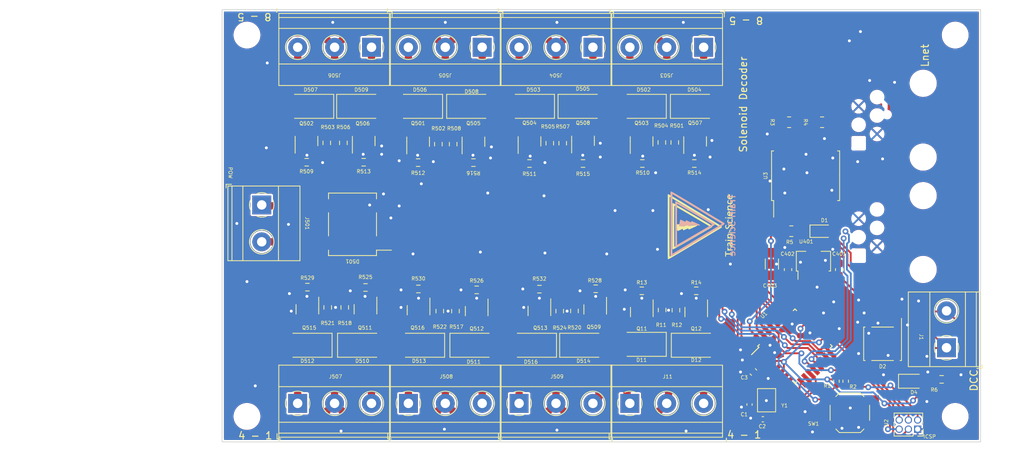
<source format=kicad_pcb>
(kicad_pcb (version 20221018) (generator pcbnew)
  (layers (0 "F.Cu" signal) (31 "B.Cu" signal) (34 "B.Paste" user) (35 "F.Paste" user) (36 "B.SilkS" user "B.Silkscreen") (37 "F.SilkS" user "F.Silkscreen") (38 "B.Mask" user) (39 "F.Mask" user) (44 "Edge.Cuts" user))
  (net 0 "")
  (net 1 "GND")
  (net 2 "/uController/X1")
  (net 3 "/uController/X2")
  (net 4 "+5V")
  (net 5 "RESET")
  (net 6 "Net-(R1-Pad2)")
  (net 7 "VCC")
  (net 8 "GPIO16")
  (net 9 "GPIO15")
  (net 10 "GPIO14")
  (net 11 "GPIO13")
  (net 12 "GPIO12")
  (net 13 "GPIO11")
  (net 14 "GPIO10")
  (net 15 "GPIO9")
  (net 16 "GPIO8")
  (net 17 "GPIO7")
  (net 18 "GPIO6")
  (net 19 "GPIO5")
  (net 20 "GPIO4")
  (net 21 "GPIO3")
  (net 22 "LED")
  (net 23 "pow")
  (net 24 "Net-(D501-Pad3)")
  (net 25 "Net-(D501-Pad4)")
  (net 26 "coil1L")
  (net 27 "coil2L")
  (net 28 "coil1R")
  (net 29 "coil2R")
  (net 30 "coil3L")
  (net 31 "coil4L")
  (net 32 "coil3R")
  (net 33 "coil4R")
  (net 34 "coil5L")
  (net 35 "coil6L")
  (net 36 "coil5R")
  (net 37 "coil6R")
  (net 38 "coil7L")
  (net 39 "coil7R")
  (net 40 "Net-(Q501-Pad1)")
  (net 41 "Net-(Q502-Pad1)")
  (net 42 "Net-(Q503-Pad1)")
  (net 43 "Net-(Q504-Pad1)")
  (net 44 "Net-(Q505-Pad1)")
  (net 45 "Net-(Q506-Pad1)")
  (net 46 "Net-(Q507-Pad1)")
  (net 47 "Net-(Q508-Pad1)")
  (net 48 "Net-(Q509-Pad1)")
  (net 49 "Net-(Q511-Pad1)")
  (net 50 "Net-(Q512-Pad1)")
  (net 51 "Net-(Q513-Pad1)")
  (net 52 "Net-(Q515-Pad1)")
  (net 53 "Net-(Q516-Pad1)")
  (net 56 "coil8R")
  (net 57 "coil8L")
  (net 58 "TYPE")
  (net 59 "Net-(R3-Pad2)")
  (net 60 "Net-(Q514-Pad1)")
  (net 61 "Net-(Q510-Pad1)")
  (net 62 "Net-(D4-Pad2)")
  (net 63 "Net-(D1-Pad1)")
  (net 64 "Lnet_Tx")
  (net 65 "Lnet_Rx")
  (net 66 "GPIO2")
  (net 67 "GPIO1")
  (net 68 "DCC_IN")
  (net 69 "DCC_B")
  (net 70 "DCC_A")
  (footprint "Resistor_SMD:R_0603_1608Metric_Pad0.98x0.95mm_HandSolder" (layer "F.Cu") (at 68.961 78.994 -90)
    (fp_text reference "R518")
    (fp_text value "~")
  )
  (footprint "Package_TO_SOT_SMD:SOT-89-3" (layer "F.Cu") (at 133.485 72.928 90)
    (fp_text reference "U401")
    (fp_text value "L78L05_SOT89")
  )
  (footprint "Package_TO_SOT_SMD:SOT-23" (layer "F.Cu") (at 117.189 56.134 90)
    (fp_text reference "Q507")
    (fp_text value "~")
  )
  (footprint "Resistor_SMD:R_0603_1608Metric_Pad0.98x0.95mm_HandSolder" (layer "F.Cu") (at 95.758 76.4775)
    (fp_text reference "R532")
    (fp_text value "~")
  )
  (footprint "Resistor_SMD:R_0603_1608Metric_Pad0.98x0.95mm_HandSolder" (layer "F.Cu") (at 103.505 76.4305)
    (fp_text reference "R528")
    (fp_text value "~")
  )
  (footprint "Package_TO_SOT_SMD:SOT-23" (layer "F.Cu") (at 86.678 56.1825 90)
    (fp_text reference "Q505")
    (fp_text value "~")
  )
  (footprint "Connector_PinSocket_1.27mm:PinSocket_2x03_P1.27mm_Vertical" (layer "F.Cu") (at 147.828 95.758 -90)
    (fp_text reference "U2")
    (fp_text value "HEADER_3x2")
  )
  (footprint "Resistor_SMD:R_0603_1608Metric_Pad0.98x0.95mm_HandSolder" (layer "F.Cu") (at 71.567 59.0065 180)
    (fp_text reference "R513")
    (fp_text value "~")
  )
  (footprint "Diode_SMD:D_SMA" (layer "F.Cu") (at 63.818 84.201 180)
    (fp_text reference "D512")
    (fp_text value "~")
  )
  (footprint "Resistor_SMD:R_0603_1608Metric_Pad0.98x0.95mm_HandSolder" (layer "F.Cu") (at 82.042 79.502 -90)
    (fp_text reference "R522")
    (fp_text value "~")
  )
  (footprint "Diode_SMD:D_SMA" (layer "F.Cu") (at 86.836 84.201)
    (fp_text reference "D511")
    (fp_text value "~")
  )
  (footprint "Resistor_SMD:R_0603_1608Metric_Pad0.98x0.95mm_HandSolder" (layer "F.Cu") (at 117.348 76.708)
    (fp_text reference "R14")
    (fp_text value "~")
  )
  (footprint "Package_TO_SOT_SMD:SOT-23" (layer "F.Cu") (at 71.567 56.0855 90)
    (fp_text reference "Q506")
    (fp_text value "~")
  )
  (footprint "Capacitor_SMD:C_0603_1608Metric_Pad1.08x0.95mm_HandSolder" (layer "F.Cu") (at 137.033 73.787 90)
    (fp_text reference "C401")
    (fp_text value "330nF")
  )
  (footprint "Resistor_SMD:R_0805_2012Metric_Pad1.20x1.40mm_HandSolder" (layer "F.Cu") (at 134.6755 53.5 180)
    (fp_text reference "R4")
    (fp_text value "10k")
  )
  (footprint "Diode_SMD:D_SMA" (layer "F.Cu") (at 79.026 51.308 180)
    (fp_text reference "D506")
    (fp_text value "~")
  )
  (footprint "Diode_SMD:D_SMA" (layer "F.Cu") (at 101.949 84.201)
    (fp_text reference "D514")
    (fp_text value "~")
  )
  (footprint "Package_TO_SOT_SMD:SOT-23" (layer "F.Cu") (at 63.818 79.248 -90)
    (fp_text reference "Q515")
    (fp_text value "~")
  )
  (footprint "Resistor_SMD:R_0603_1608Metric_Pad0.98x0.95mm_HandSolder" (layer "F.Cu") (at 83.884 56.515 90)
    (fp_text reference "R508")
    (fp_text value "~")
  )
  (footprint "Resistor_SMD:R_0603_1608Metric_Pad0.98x0.95mm_HandSolder" (layer "F.Cu") (at 81.852 56.515 90)
    (fp_text reference "R502")
    (fp_text value "~")
  )
  (footprint "MountingHole:MountingHole_3.2mm_M3" (layer "F.Cu") (at 153 41.5)
    (fp_text reference "REF**" hide)
    (fp_text value "MountingHole_3.2mm_M3")
  )
  (footprint "Package_TO_SOT_SMD:SOT-23" (layer "F.Cu") (at 63.693 56.0855 90)
    (fp_text reference "Q502")
    (fp_text value "~")
  )
  (footprint "Package_TO_SOT_SMD:SOT-23" (layer "F.Cu") (at 95.758 79.477 -90)
    (fp_text reference "Q513")
    (fp_text value "~")
  )
  (footprint "custom_kicad_lib_sk:Train-Science logo small" (layer "F.Cu") (at 117.983 67.818 90)
    (fp_text reference "G***" hide)
    (fp_text value "LOGO" hide)
  )
  (footprint "Resistor_SMD:R_0603_1608Metric_Pad0.98x0.95mm_HandSolder" (layer "F.Cu") (at 66.612 78.994 -90)
    (fp_text reference "R521")
    (fp_text value "~")
  )
  (footprint "TerminalBlock_Phoenix:TerminalBlock_Phoenix_MKDS-1,5-3-5.08_1x03_P5.08mm_Horizontal" (layer "F.Cu") (at 62.479 92.202)
    (fp_text reference "J507")
    (fp_text value "~")
  )
  (footprint "Resistor_SMD:R_0603_1608Metric_Pad0.98x0.95mm_HandSolder" (layer "F.Cu") (at 101.759 59.182 180)
    (fp_text reference "R515")
    (fp_text value "~")
  )
  (footprint "Diode_SMD:D_SOD-323" (layer "F.Cu") (at 134.5 68.5)
    (fp_text reference "D1")
    (fp_text value "D")
  )
  (footprint "Package_TO_SOT_SMD:SOT-23" (layer "F.Cu") (at 109.823 56.134 90)
    (fp_text reference "Q503")
    (fp_text value "~")
  )
  (footprint "Package_TO_SOT_SMD:SOT-23" (layer "F.Cu") (at 109.855 79.629 -90)
    (fp_text reference "Q11")
    (fp_text value "~")
  )
  (footprint "Diode_SMD:D_SMA" (layer "F.Cu") (at 117.189 51.308)
    (fp_text reference "D504")
    (fp_text value "~")
  )
  (footprint "Capacitor_SMD:C_1206_3216Metric_Pad1.33x1.80mm_HandSolder" (layer "F.Cu") (at 127.762 73.025 90)
    (fp_text reference "C403")
    (fp_text value "100uF")
  )
  (footprint "Resistor_SMD:R_0603_1608Metric_Pad0.98x0.95mm_HandSolder" (layer "F.Cu") (at 63.818 76.2)
    (fp_text reference "R529")
    (fp_text value "~")
  )
  (footprint "Resistor_SMD:R_0603_1608Metric_Pad0.98x0.95mm_HandSolder" (layer "F.Cu") (at 98.552 79.502 -90)
    (fp_text reference "R524")
    (fp_text value "~")
  )
  (footprint "Resistor_SMD:R_0603_1608Metric_Pad0.98x0.95mm_HandSolder" (layer "F.Cu") (at 112.617 56.2845 90)
    (fp_text reference "R504")
    (fp_text value "~")
  )
  (footprint "Diode_SMD:D_SMA" (layer "F.Cu") (at 71.247 51.308)
    (fp_text reference "D509")
    (fp_text value "~")
  )
  (footprint "Resistor_SMD:R_0402_1005Metric_Pad0.72x0.64mm_HandSolder" (layer "F.Cu") (at 137.922 89.154 -90)
    (fp_text reference "R2")
    (fp_text value "10k")
  )
  (footprint "Package_TO_SOT_SMD:SOT-23" (layer "F.Cu") (at 71.816 79.248 -90)
    (fp_text reference "Q511")
    (fp_text value "~")
  )
  (footprint "TerminalBlock_Phoenix:TerminalBlock_Phoenix_MKDS-1,5-2-5.08_1x02_P5.08mm_Horizontal" (layer "F.Cu") (at 151.805 84.545 90)
    (fp_text reference "J1")
    (fp_text value "Screw_Terminal_01x02")
  )
  (footprint "Resistor_SMD:R_0805_2012Metric_Pad1.20x1.40mm_HandSolder" (layer "F.Cu") (at 130.1355 53.5)
    (fp_text reference "R3")
    (fp_text value "10k")
  )
  (footprint "MountingHole:MountingHole_3.2mm_M3" (layer "F.Cu") (at 55.5 41.5)
    (fp_text reference "REF**" hide)
    (fp_text value "MountingHole_3.2mm_M3")
  )
  (footprint "Package_TO_SOT_SMD:SOT-23" (layer "F.Cu") (at 79.121 79.375 -90)
    (fp_text reference "Q516")
    (fp_text value "~")
  )
  (footprint "TerminalBlock_Phoenix:TerminalBlock_Phoenix_MKDS-1,5-2-5.08_1x02_P5.08mm_Horizontal" (layer "F.Cu") (at 57.532 64.882 -90)
    (fp_text reference "J501")
    (fp_text value "~")
  )
  (footprint "Diode_SMD:Diode_Bridge_Diotec_ABS" (layer "F.Cu") (at 143 84 -90)
    (fp_text reference "D2")
    (fp_text value "D_Bridge_+-AA")
  )
  (footprint "Package_TO_SOT_SMD:SOT-23" (layer "F.Cu") (at 117.348 79.629 -90)
    (fp_text reference "Q12")
    (fp_text value "~")
  )
  (footprint "MountingHole:MountingHole_3.2mm_M3" (layer "F.Cu") (at 153 94)
    (fp_text reference "REF**" hide)
    (fp_text value "MountingHole_3.2mm_M3")
  )
  (footprint "Capacitor_SMD:C_0603_1608Metric_Pad1.08x0.95mm_HandSolder" (layer "F.Cu") (at 125.222 87.884 -45)
    (fp_text reference "C3")
    (fp_text value "100nF")
  )
  (footprint "Resistor_SMD:R_0603_1608Metric_Pad0.98x0.95mm_HandSolder" (layer "F.Cu") (at 151.13 88.9 180)
    (fp_text reference "R6")
    (fp_text value "6k2")
  )
  (footprint "Package_TO_SOT_SMD:SOT-23" (layer "F.Cu") (at 101.759 56.0555 90)
    (fp_text reference "Q508")
    (fp_text value "~")
  )
  (footprint "custom_kicad_lib_sk:crystal_arduino" (layer "F.Cu") (at 127.254 91.821 -90)
    (fp_text reference "Y1")
    (fp_text value "crystal_arduino")
  )
  (footprint "MountingHole:MountingHole_3.2mm_M3" (layer "F.Cu") (at 55.5 94)
    (fp_text reference "REF**" hide)
    (fp_text value "MountingHole_3.2mm_M3")
  )
  (footprint "Capacitor_SMD:C_0402_1005Metric_Pad0.74x0.62mm_HandSolder" (layer "F.Cu") (at 124.682 92.363 90)
    (fp_text reference "C1")
    (fp_text value "12pF")
  )
  (footprint "Resistor_SMD:R_0603_1608Metric_Pad0.98x0.95mm_HandSolder" (layer "F.Cu") (at 97.187 56.388 90)
    (fp_text reference "R505")
    (fp_text value "~")
  )
  (footprint "Resistor_SMD:R_0603_1608Metric_Pad0.98x0.95mm_HandSolder" (layer "F.Cu") (at 79.0975 76.454)
    (fp_text reference "R530")
    (fp_text value "~")
  )
  (footprint "Resistor_SMD:R_0603_1608Metric_Pad0.98x0.95mm_HandSolder" (layer "F.Cu") (at 117.0855 59.182 180)
    (fp_text reference "R514")
    (fp_text value "~")
  )
  (footprint "Resistor_SMD:R_0603_1608Metric_Pad0.98x0.95mm_HandSolder" (layer "F.Cu") (at 68.773 56.3395 90)
    (fp_text reference "R506")
    (fp_text value "~")
  )
  (footprint "Diode_SMD:D_SMA" (layer "F.Cu") (at 117.316 84.201)
    (fp_text reference "D12")
    (fp_text value "~")
  )
  (footprint "Package_SO:SOP-8_6.62x9.15mm_P2.54mm" (layer "F.Cu") (at 132.4055 60.866 90)
    (fp_text reference "U3")
    (fp_text value "6N137")
  )
  (footprint "Button_Switch_SMD:SW_SPST_SKQG_WithStem" (layer "F.Cu") (at 138.5 93.5 180)
    (fp_text reference "SW1")
    (fp_text value "SW_SPST")
  )
  (footprint "TerminalBlock_Phoenix:TerminalBlock_Phoenix_MKDS-1,5-3-5.08_1x03_P5.08mm_Horizontal" (layer "F.Cu") (at 118.369 43.18 180)
    (fp_text reference "J503")
    (fp_text value "~")
  )
  (footprint "Capacitor_SMD:C_0603_1608Metric_Pad1.08x0.95mm_HandSolder" (layer "F.Cu") (at 129.985 73.787 90)
    (fp_text reference "C402")
    (fp_text value "100nF")
  )
  (footprint "Package_TO_SOT_SMD:SOT-23" (layer "F.Cu") (at 103.439 79.273 -90)
    (fp_text reference "Q509")
    (fp_text value "~")
  )
  (footprint "Resistor_SMD:R_0402_1005Metric_Pad0.72x0.64mm_HandSolder" (layer "F.Cu") (at 136.652 89.154 -90)
    (fp_text reference "R1")
    (fp_text value "10k")
  )
  (footprint "Resistor_SMD:R_0603_1608Metric_Pad0.98x0.95mm_HandSolder" (layer "F.Cu") (at 114.395 56.2845 90)
    (fp_text reference "R501")
    (fp_text value "~")
  )
  (footprint "Diode_SMD:Diode_Bridge_Diotec_SO-DIL-Slim" (layer "F.Cu") (at 70.029 67.554 180)
    (fp_text reference "D501")
    (fp_text value "~")
  )
  (footprint "Resistor_SMD:R_0603_1608Metric_Pad0.98x0.95mm_HandSolder" (layer "F.Cu") (at 114.554 79.375 -90)
    (fp_text reference "R12")
    (fp_text value "~")
  )
  (footprint "Capacitor_SMD:C_0402_1005Metric_Pad0.74x0.62mm_HandSolder" (layer "F.Cu") (at 126.5195 94.395)
    (fp_text reference "C2")
    (fp_text value "12pF")
  )
  (footprint "Resistor_SMD:R_0603_1608Metric_Pad0.98x0.95mm_HandSolder" (layer "F.Cu") (at 109.855 76.708)
    (fp_text reference "R13")
    (fp_text value "~")
  )
  (footprint "TerminalBlock_Phoenix:TerminalBlock_Phoenix_MKDS-1,5-3-5.08_1x03_P5.08mm_Horizontal" (layer "F.Cu") (at 87.879 43.18 180)
    (fp_text reference "J505")
    (fp_text value "~")
  )
  (footprint "Diode_SMD:D_SMA" (layer "F.Cu") (at 79.311 84.201 180)
    (fp_text reference "D513")
    (fp_text value "~")
  )
  (footprint "Diode_SMD:D_SMA" (layer "F.Cu") (at 109.823 84.074 180)
    (fp_text reference "D11")
    (fp_text value "~")
  )
  (footprint "Resistor_SMD:R_0603_1608Metric_Pad0.98x0.95mm_HandSolder" (layer "F.Cu") (at 109.9265 59.182 180)
    (fp_text reference "R510")
    (fp_text value "~")
  )
  (footprint "Diode_SMD:D_SMA" (layer "F.Cu") (at 94.425 51.308 180)
    (fp_text reference "D503")
    (fp_text value "~")
  )
  (footprint "Resistor_SMD:R_0603_1608Metric_Pad0.98x0.95mm_HandSolder" (layer "F.Cu") (at 98.965 56.388 90)
    (fp_text reference "R507")
    (fp_text value "~")
  )
  (footprint "Resistor_SMD:R_0603_1608Metric_Pad0.98x0.95mm_HandSolder" (layer "F.Cu") (at 94.393 59.182 180)
    (fp_text reference "R511")
    (fp_text value "~")
  )
  (footprint "Resistor_SMD:R_0603_1608Metric_Pad0.98x0.95mm_HandSolder" (layer "F.Cu") (at 84.201 79.502 -90)
    (fp_text reference "R517")
    (fp_text value "~")
  )
  (footprint "Diode_SMD:D_SMA" (layer "F.Cu") (at 71.374 84.201)
    (fp_text reference "D510")
    (fp_text value "~")
  )
  (footprint "TerminalBlock_Phoenix:TerminalBlock_Phoenix_MKDS-1,5-3-5.08_1x03_P5.08mm_Horizontal" (layer "F.Cu") (at 72.644 43.18 180)
    (fp_text reference "J506")
    (fp_text value "~")
  )
  (footprint "Resistor_SMD:R_0603_1608Metric_Pad0.98x0.95mm_HandSolder" (layer "F.Cu") (at 87.122 76.581)
    (fp_text reference "R526")
    (fp_text value "~")
  )
  (footprint "Resistor_SMD:R_0603_1608Metric_Pad0.98x0.95mm_HandSolder" (layer "F.Cu") (at 63.7165 59.0065 180)
    (fp_text reference "R509")
    (fp_text value "~")
  )
  (footprint "TerminalBlock_Phoenix:TerminalBlock_Phoenix_MKDS-1,5-3-5.08_1x03_P5.08mm_Horizontal" (layer "F.Cu") (at 77.724 92.202)
    (fp_text reference "J508")
    (fp_text value "~")
  )
  (footprint "Diode_SMD:D_SMA" (layer "F.Cu") (at 94.71 84.201 180)
    (fp_text reference "D516")
    (fp_text value "~")
  )
  (footprint "Diode_SMD:D_SMA" (layer "F.Cu") (at 109.823 51.308 180)
    (fp_text reference "D502")
    (fp_text value "~")
  )
  (footprint "TerminalBlock_Phoenix:TerminalBlock_Phoenix_MKDS-1,5-3-5.08_1x03_P5.08mm_Horizontal" (layer "F.Cu") (at 92.964 92.202)
    (fp_text reference "J509")
    (fp_text value "~")
  )
  (footprint "Diode_SMD:D_SMA" (layer "F.Cu") (at 86.392 51.308)
    (fp_text reference "D508")
    (fp_text value "~")
  )
  (footprint "Diode_SMD:D_SMA" (layer "F.Cu") (at 64.04 51.308 180)
    (fp_text reference "D507")
    (fp_text value "~")
  )
  (footprint "Resistor_SMD:R_0603_1608Metric_Pad0.98x0.95mm_HandSolder" (layer "F.Cu") (at 79.058 59.055 180)
    (fp_text reference "R512")
    (fp_text value "~")
  )
  (footprint "Resistor_SMD:R_0603_1608Metric_Pad0.98x0.95mm_HandSolder" (layer "F.Cu") (at 100.584 79.4785 -90)
    (fp_text reference "R520")
    (fp_text value "~")
  )
  (footprint "Resistor_SMD:R_0603_1608Metric_Pad0.98x0.95mm_HandSolder" (layer "F.Cu") (at 86.678 59.055 180)
    (fp_text reference "R516")
    (fp_text value "~")
  )
  (footprint "LED_SMD:LED_0805_2012Metric_Pad1.15x1.40mm_HandSolder" (layer "F.Cu") (at 147.057 89.154)
    (fp_text reference "D4")
    (fp_text value "LED")
  )
  (footprint "TerminalBlock_Phoenix:TerminalBlock_Phoenix_MKDS-1,5-3-5.08_1x03_P5.08mm_Horizontal" (layer "F.Cu") (at 103.124 43.18 180)
    (fp_text reference "J504")
    (fp_text value "~")
  )
  (footprint "Diode_SMD:D_SMA" (layer "F.Cu") (at 101.727 51.308)
    (fp_text reference "D505")
    (fp_text value "~")
  )
  (footprint "Resistor_SMD:R_0805_2012Metric_Pad1.20x1.40mm_HandSolder" (layer "F.Cu") (at 130.436 68.5)
    (fp_text reference "R5")
    (fp_text value "1k")
  )
  (footprint "Resistor_SMD:R_0603_1608Metric_Pad0.98x0.95mm_HandSolder" (layer "F.Cu") (at 71.816 76.2485)
    (fp_text reference "R525")
    (fp_text value "~")
  )
  (footprint "TerminalBlock_Phoenix:TerminalBlock_Phoenix_MKDS-1,5-3-5.08_1x03_P5.08mm_Horizontal" (layer "F.Cu") (at 108.204 92.202)
    (fp_text reference "J11")
    (fp_text value "~")
  )
  (footprint "Package_TO_SOT_SMD:SOT-23" (layer "F.Cu") (at 87.122 79.502 -90)
    (fp_text reference "Q512")
    (fp_text value "~")
  )
  (footprint "Resistor_SMD:R_0603_1608Metric_Pad0.98x0.95mm_HandSolder" (layer "F.Cu") (at 112.649 79.3515 -90)
    (fp_text reference "R11")
    (fp_text value "~")
  )
  (footprint "Package_TO_SOT_SMD:SOT-23" (layer "F.Cu") (at 79.058 56.1825 90)
    (fp_text reference "Q501")
    (fp_text value "~")
  )
  (footprint "Package_TO_SOT_SMD:SOT-23" (layer "F.Cu") (at 94.393 56.134 90)
    (fp_text reference "Q504")
    (fp_text value "~")
  )
  (footprint "Resistor_SMD:R_0603_1608Metric_Pad0.98x0.95mm_HandSolder" (layer "F.Cu") (at 66.487 56.3395 90)
    (fp_text reference "R503")
    (fp_text value "~")
  )
  (footprint "Package_QFP:TQFP-32_7x7mm_P0.8mm" (layer "F.Cu") (at 130.937 84.328 45)
    (fp_text reference "U1")
    (fp_text value "ATmega328-A")
  )
  (footprint "custom_kicad_lib_sk:Train-Science logo small" (layer "B.Cu") (at 118.364 67.564 -90)
    (fp_text reference "G***" hide)
    (fp_text value "LOGO" hide)
  )
  (gr_line (start 121.5 97.5) (end 121.5 97) (stroke (width 0.15)) (layer "F.SilkS"))
  (gr_line (start 59.889 97.352) (end 59.889 96.852) (stroke (width 0.15)) (layer "F.SilkS"))
  (gr_line (start 90.088 38.352) (end 90.088 37.852) (stroke (width 0.15)) (layer "F.SilkS"))
  (gr_line (start 105.464 38.5) (end 105.464 38) (stroke (width 0.15)) (layer "F.SilkS"))
  (gr_line (start 121.214 38.5) (end 121.214 38) (stroke (width 0.15)) (layer "F.SilkS"))
  (gr_line (start 90.374 97.352) (end 90.374 96.852) (stroke (width 0.15)) (layer "F.SilkS"))
  (gr_line (start 105.75 97.5) (end 105.75 97) (stroke (width 0.15)) (layer "F.SilkS"))
  (gr_line (start 59.603 38.352) (end 59.603 37.852) (stroke (width 0.15)) (layer "F.SilkS"))
  (gr_line (start 75.134 97.352) (end 75.134 96.852) (stroke (width 0.15)) (layer "F.SilkS"))
  (gr_line (start 74.848 38.352) (end 74.848 37.852) (stroke (width 0.15)) (layer "F.SilkS"))
  (gr_rect (start 52.076 38) (end 156.5 97.5) (stroke (width 0.1)) (fill none) (layer "Edge.Cuts"))
  (gr_text "Solenoid Decoder" (at 123.825 51.054 90) (layer "F.SilkS") (effects (font (size 1 1))))
  (gr_text "4 - 1" (at 123.952 96.52) (layer "F.SilkS") (effects (font (size 1 1))))
  (gr_text "8 - 5" (at 56.515 38.989 180) (layer "F.SilkS") (effects (font (size 1 1))))
  (gr_text "8 - 5" (at 124.206 39.497 180) (layer "F.SilkS") (effects (font (size 1 1))))
  (gr_text "Lnet" (at 148.844 44.323 90) (layer "F.SilkS") (effects (font (size 1 1))))
  (gr_text "DCC" (at 155.575 89.027 90) (layer "F.SilkS") (effects (font (size 1 1))))
  (gr_text "4 - 1" (at 56.642 96.647) (layer "F.SilkS") (effects (font (size 1 1))))
  (gr_text "ICSP\n" (at 149.479 96.774) (layer "F.SilkS") (effects (font (size 0.5 0.5) (thickness 0.075))))
  (gr_text "POW" (at 53.213 60.452 270) (layer "F.SilkS") (effects (font (size 0.5 0.5) (thickness 0.075))))
  (segment (start 127 91.955) (end 126.084 92.871) (width 0.25) (layer "F.Cu") (net 1))
  (segment (start 126.084 92.871) (end 126.084 94.263) (width 0.25) (layer "F.Cu") (net 1))
  (segment (start 127 91.821) (end 127 91.655) (width 0.25) (layer "F.Cu") (net 1))
  (segment (start 126.084 94.263) (end 125.952 94.395) (width 0.25) (layer "F.Cu") (net 1))
  (segment (start 127 91.821) (end 127 91.955) (width 0.25) (layer "F.Cu") (net 1))
  (segment (start 127 91.655) (end 127.984 90.671) (width 0.25) (layer "F.Cu") (net 1))
  (segment (start 126.293824 87.27412) (end 124.61212 87.27412) (width 0.25) (layer "F.Cu") (net 1))
  (segment (start 127.083268 86.484676) (end 126.293824 87.27412) (width 0.25) (layer "F.Cu") (net 1))
  (via (at 98.171 39.751) (size 0.8) (drill 0.4) (layers "F.Cu" "B.Cu") (net 1))
  (via (at 131.699 72.771) (size 0.8) (drill 0.4) (layers "F.Cu" "B.Cu") (net 1))
  (via (at 83.185 79.502) (size 0.8) (drill 0.4) (layers "F.Cu" "B.Cu") (net 1))
  (via (at 111.76 60.452) (size 0.8) (drill 0.4) (layers "F.Cu" "B.Cu") (net 1))
  (via (at 82.677 95.758) (size 0.8) (drill 0.4) (layers "F.Cu" "B.Cu") (net 1))
  (via (at 137.414 95.631) (size 0.8) (drill 0.4) (layers "F.Cu" "B.Cu") (net 1))
  (via (at 76.454 65.024) (size 0.8) (drill 0.4) (layers "F.Cu" "B.Cu") (net 1))
  (via (at 76.454 58.801) (size 0.8) (drill 0.4) (layers "F.Cu" "B.Cu") (net 1))
  (via (at 140.462 79.756) (size 0.8) (drill 0.4) (layers "F.Cu" "B.Cu") (net 1))
  (via (at 112.014 70.993) (size 0.8) (drill 0.4) (layers "F.Cu" "B.Cu") (net 1))
  (via (at 139.7 85.344) (size 0.8) (drill 0.4) (layers "F.Cu" "B.Cu") (net 1))
  (via (at 74.041 56.769) (size 0.8) (drill 0.4) (layers "F.Cu" "B.Cu") (net 1))
  (via (at 72.39 64.897) (size 0.8) (drill 0.4) (layers "F.Cu" "B.Cu") (net 1))
  (via (at 127.508 61.595) (size 0.8) (drill 0.4) (layers "F.Cu" "B.Cu") (net 1))
  (via (at 139.573 81.026) (size 0.8) (drill 0.4) (layers "F.Cu" "B.Cu") (net 1))
  (via (at 128.143 85.217) (size 0.8) (drill 0.4) (layers "F.Cu" "B.Cu") (net 1))
  (via (at 123.571 92.71) (size 0.8) (drill 0.4) (layers "F.Cu" "B.Cu") (net 1))
  (via (at 54.102 67.437) (size 0.8) (drill 0.4) (layers "F.Cu" "B.Cu") (net 1))
  (via (at 113.538 79.375) (size 0.8) (drill 0.4) (layers "F.Cu" "B.Cu") (net 1))
  (via (at 133 82.5) (size 0.8) (drill 0.4) (layers "F.Cu" "B.Cu") (net 1))
  (via (at 141.097 82.55) (size 0.8) (drill 0.4) (layers "F.Cu" "B.Cu") (net 1))
  (via (at 68.453 96.012) (size 0.8) (drill 0.4) (layers "F.Cu" "B.Cu") (net 1))
  (via (at 106.172 65.659) (size 0.8) (drill 0.4) (layers "F.Cu" "B.Cu") (net 1))
  (via (at 134.874 79.756) (size 0.8) (drill 0.4) (layers "F.Cu" "B.Cu") (net 1))
  (via (at 104.14 58.293) (size 0.8) (drill 0.4) (layers "F.Cu" "B.Cu") (net 1))
  (via (at 107.442 79.248) (size 0.8) (drill 0.4) (layers "F.Cu" "B.Cu") (net 1))
  (via (at 144.653 48.006) (size 0.8) (drill 0.4) (layers "F.Cu" "B.Cu") (net 1))
  (via (at 55.499 75.438) (size 0.8) (drill 0.4) (layers "F.Cu" "B.Cu") (net 1))
  (via (at 133.985 76.2) (size 0.8) (drill 0.4) (layers "F.Cu" "B.Cu") (net 1))
  (via (at 56.642 89.789) (size 0.8) (drill 0.4) (layers "F.Cu" "B.Cu") (net 1))
  (via (at 78.359 71.628) (size 0.8) (drill 0.4) (layers "F.Cu" "B.Cu") (net 1))
  (via (at 69.723 76.708) (size 0.8) (drill 0.4) (layers "F.Cu" "B.Cu") (net 1))
  (via (at 86.614 58.039) (size 0.8) (drill 0.4) (layers "F.Cu" "B.Cu") (net 1))
  (via (at 132.461 57.912) (size 0.8) (drill 0.4) (layers "F.Cu" "B.Cu") (net 1))
  (via (at 76.708 76.581) (size 0.8) (drill 0.4) (layers "F.Cu" "B.Cu") (net 1))
  (via (at 135.001 55.753) (size 0.8) (drill 0.4) (layers "F.Cu" "B.Cu") (net 1))
  (via (at 61.595 79.502) (size 0.8) (drill 0.4) (layers "F.Cu" "B.Cu") (net 1))
  (via (at 138.557 92.837) (size 0.8) (drill 0.4) (layers "F.Cu" "B.Cu") (net 1))
  (via (at 146.431 81.407) (size 0.8) (drill 0.4) (layers "F.Cu" "B.Cu") (net 1))
  (via (at 93.599 78.994) (size 0.8) (drill 0.4) (layers "F.Cu" "B.Cu") (net 1))
  (via (at 127.508 84.201) (size 0.8) (drill 0.4) (layers "F.Cu" "B.Cu") (net 1))
  (via (at 127.254 88.773) (size 0.8) (drill 0.4) (layers "F.Cu" "B.Cu") (net 1))
  (via (at 101.346 76.708) (size 0.8) (drill 0.4) (layers "F.Cu" "B.Cu") (net 1))
  (via (at 119.507 56.007) (size 0.8) (drill 0.4) (layers "F.Cu" "B.Cu") (net 1))
  (via (at 136.271 78.232) (size 0.8) (drill 0.4) (layers "F.Cu" "B.Cu") (net 1))
  (via (at 104.14 56.388) (size 0.8) (drill 0.4) (layers "F.Cu" "B.Cu") (net 1))
  (via (at 138.43 42.291) (size 0.8) (drill 0.4) (layers "F.Cu" "B.Cu") (net 1))
  (via (at 149.098 85.725) (size 0.8) (drill 0.4) (layers "F.Cu" "B.Cu") (net 1))
  (via (at 81.153 58.928) (size 0.8) (drill 0.4) (layers "F.Cu" "B.Cu") (net 1))
  (via (at 87.122 77.724) (size 0.8) (drill 0.4) (layers "F.Cu" "B.Cu") (net 1))
  (via (at 115.57 39.751) (size 0.8) (drill 0.4) (layers "F.Cu" "B.Cu") (net 1))
  (via (at 142.367 81.153) (size 0.8) (drill 0.4) (layers "F.Cu" "B.Cu") (net 1))
  (via (at 82.804 39.751) (size 0.8) (drill 0.4) (layers "F.Cu" "B.Cu") (net 1))
  (via (at 89.027 58.42) (size 0.8) (drill 0.4) (layers "F.Cu" "B.Cu") (net 1))
  (via (at 109.982 58.166) (size 0.8) (drill 0.4) (layers "F.Cu" "B.Cu") (net 1))
  (via (at 132.588 60.452) (size 0.8) (drill 0.4) (layers "F.Cu" "B.Cu") (net 1))
  (via (at 147.955 78.105) (size 0.8) (drill 0.4) (layers "F.Cu" "B.Cu") (net 1))
  (via (at 133.35 96.139) (size 0.8) (drill 0.4) (layers "F.Cu" "B.Cu") (net 1))
  (via (at 63.754 58.039) (size 0.8) (drill 0.4) (layers "F.Cu" "B.Cu") (net 1))
  (via (at 143.002 58.547) (size 0.8) (drill 0.4) (layers "F.Cu" "B.Cu") (net 1))
  (via (at 129.54 70.739) (size 0.8) (drill 0.4) (layers "F.Cu" "B.Cu") (net 1))
  (via (at 61.214 67.564) (size 0.8) (drill 0.4) (layers "F.Cu" "B.Cu") (net 1))
  (via (at 79.121 77.724) (size 0.8) (drill 0.4) (layers "F.Cu" "B.Cu") (net 1))
  (via (at 103.505 77.47) (size 0.8) (drill 0.4) (layers "F.Cu" "B.Cu") (net 1))
  (via (at 93.472 76.454) (size 0.8) (drill 0.4) (layers "F.Cu" "B.Cu") (net 1))
  (via (at 119.253 58.293) (size 0.8) (drill 0.4) (layers "F.Cu" "B.Cu") (net 1))
  (via (at 99.568 79.502) (size 0.8) (drill 0.4) (layers "F.Cu" "B.Cu") (net 1))
  (via (at 153.797 88.265) (size 0.8) (drill 0.4) (layers "F.Cu" "B.Cu") (net 1))
  (via (at 123.698 86.233) (size 0.8) (drill 0.4) (layers "F.Cu" "B.Cu") (net 1))
  (via (at 117.094 58.039) (size 0.8) (drill 0.4) (layers "F.Cu" "B.Cu") (net 1))
  (via (at 149.225 87.884) (size 0.8) (drill 0.4) (layers "F.Cu" "B.Cu") (net 1))
  (via (at 84.963 76.581) (size 0.8) (drill 0.4) (layers "F.Cu" "B.Cu") (net 1))
  (via (at 139.573 58.928) (size 0.8) (drill 0.4) (layers "F.Cu" "B.Cu") (net 1))
  (via (at 107.569 76.581) (size 0.8) (drill 0.4) (layers "F.Cu" "B.Cu") (net 1))
  (via (at 87.63 71.374) (size 0.8) (drill 0.4) (layers "F.Cu" "B.Cu") (net 1))
  (via (at 118.999 65.532) (size 0.8) (drill 0.4) (layers "F.Cu" "B.Cu") (net 1))
  (via (at 101.727 58.039) (size 0.8) (drill 0.4) (layers "F.Cu" "B.Cu") (net 1))
  (via (at 130.556 81.28) (size 0.8) (drill 0.4) (layers "F.Cu" "B.Cu") (net 1))
  (via (at 71.755 77.47) (size 0.8) (drill 0.4) (layers "F.Cu" "B.Cu") (net 1))
  (via (at 94.488 58.166) (size 0.8) (drill 0.4) (layers "F.Cu" "B.Cu") (net 1))
  (via (at 111.379 65.659) (size 0.8) (drill 0.4) (layers "F.Cu" "B.Cu") (net 1))
  (via (at 139.7 95.504) (size 0.8) (drill 0.4) (layers "F.Cu" "B.Cu") (net 1))
  (via (at 89.154 56.896) (size 0.8) (drill 0.4) (layers "F.Cu" "B.Cu") (net 1))
  (via (at 74.041 57.912) (size 0.8) (drill 0.4) (layers "F.Cu" "B.Cu") (net 1))
  (via (at 96.52 59.055) (size 0.8) (drill 0.4) (layers "F.Cu" "B.Cu") (net 1))
  (via (at 115.316 77.089) (size 0.8) (drill 0.4) (layers "F.Cu" "B.Cu") (net 1))
  (via (at 123.444 87.884) (size 0.8) (drill 0.4) (layers "F.Cu" "B.Cu") (net 1))
  (via (at 98.171 95.885) (size 0.8) (drill 0.4) (layers "F.Cu" "B.Cu") (net 1))
  (via (at 75.311 66.675) (size 0.8) (drill 0.4) (layers "F.Cu" "B.Cu") (net 1))
  (via (at 141.224 47.752) (size 0.8) (drill 0.4) (layers "F.Cu" "B.Cu") (net 1))
  (via (at 122.047 73.025) (size 0.8) (drill 0.4) (layers "F.Cu" "B.Cu") (net 1))
  (via (at 136.017 62.865) (size 0.8) (drill 0.4) (layers "F.Cu" "B.Cu") (net 1))
  (via (at 96.52 71.501) (size 0.8) (drill 0.4) (layers "F.Cu" "B.Cu") (net 1))
  (via (at 143.764 85.598) (size 0.8) (drill 0.4) (layers "F.Cu" "B.Cu") (net 1))
  (via (at 78.994 58.039) (size 0.8) (drill 0.4) (layers "F.Cu" "B.Cu") (net 1))
  (via (at 127 91.821) (size 0.8) (drill 0.4) (layers "F.Cu" "B.Cu") (net 1))
  (via (at 105.029 71.628) (size 0.8) (drill 0.4) (layers "F.Cu" "B.Cu") (net 1))
  (via (at 123.444 84.836) (size 0.8) (drill 0.4) (layers "F.Cu" "B.Cu") (net 1))
  (via (at 117.348 77.724) (size 0.8) (drill 0.4) (layers "F.Cu" "B.Cu") (net 1))
  (via (at 76.708 78.994) (size 0.8) (drill 0.4) (layers "F.Cu" "B.Cu") (net 1))
  (via (at 115.951 96.012) (size 0.8) (drill 0.4) (layers "F.Cu" "B.Cu") (net 1))
  (via (at 74.295 63.373) (size 0.8) (drill 0.4) (layers "F.Cu" "B.Cu") (net 1))
  (via (at 137.033 81.915) (size 0.8) (drill 0.4) (layers "F.Cu" "B.Cu") (net 1))
  (via (at 79.502 61.976) (size 0.8) (drill 0.4) (layers "F.Cu" "B.Cu") (net 1))
  (via (at 67.691 78.994) (size 0.8) (drill 0.4) (layers "F.Cu" "B.Cu") (net 1))
  (via (at 95.758 77.724) (size 0.8) (drill 0.4) (layers "F.Cu" "B.Cu") (net 1))
  (via (at 143.129 88.265) (size 0.8) (drill 0.4) (layers "F.Cu" "B.Cu") (net 1))
  (via (at 139.954 41.021) (size 0.8) (drill 0.4) (layers "F.Cu" "B.Cu") (net 1))
  (via (at 65.913 59.055) (size 0.8) (drill 0.4) (layers "F.Cu" "B.Cu") (net 1))
  (via (at 136.144 70.993) (size 0.8) (drill 0.4) (layers "F.Cu" "B.Cu") (net 1))
  (via (at 109.855 77.724) (size 0.8) (drill 0.4) (layers "F.Cu" "B.Cu") (net 1))
  (via (at 135.128 72.517) (size 0.8) (drill 0.4) (layers "F.Cu" "B.Cu") (net 1))
  (via (at 96.393 63.627) (size 0.8) (drill 0.4) (layers "F.Cu" "B.Cu") (net 1))
  (via (at 67.31 39.751) (size 0.8) (drill 0.4) (layers "F.Cu" "B.Cu") (net 1))
  (via (at 58.166 57.023) (size 0.8) (drill 0.4) (layers "F.Cu" "B.Cu") (net 1))
  (via (at 124.841 94.234) (size 0.8) (drill 0.4) (layers "F.Cu" "B.Cu") (net 1))
  (via (at 129.413 59.944) (size 0.8) (drill 0.4) (layers "F.Cu" "B.Cu") (net 1))
  (via (at 149.098 91.948) (size 0.8) (drill 0.4) (layers "F.Cu" "B.Cu") (net 1))
  (via (at 71.501 57.912) (size 0.8) (drill 0.4) (layers "F.Cu" "B.Cu") (net 1))
  (via (at 63.754 77.47) (size 0.8) (drill 0.4) (layers "F.Cu" "B.Cu") (net 1))
  (via (at 58.293 45.339) (size 0.8) (drill 0.4) (layers "F.Cu" "B.Cu") (net 1))
  (via (at 145.669 77.851) (size 0.8) (drill 0.4) (layers "F.Cu" "B.Cu") (net 1))
  (via (at 132.334 93.345) (size 0.8) (drill 0.4) (layers "F.Cu" "B.Cu") (net 1))
  (via (at 129.54 63.246) (size 0.8) (drill 0.4) (layers "F.Cu" "B.Cu") (net 1))
  (via (at 61.341 77.089) (size 0.8) (drill 0.4) (layers "F.Cu" "B.Cu") (net 1))
  (via (at 139.7 77.978) (size 0.8) (drill 0.4) (layers "F.Cu" "B.Cu") (net 1))
  (via (at 88.646 63.246) (size 0.8) (drill 0.4) (layers "F.Cu" "B.Cu") (net 1))
  (via (at 128.397 73.025) (size 0.8) (drill 0.4) (layers "F.Cu" "B.Cu") (net 1))
  (via (at 127.127 55.118) (size 0.8) (drill 0.4) (layers "F.Cu" "B.Cu") (net 1))
  (via (at 136.144 58.42) (size 0.8) (drill 0.4) (layers "F.Cu" "B.Cu") (net 1))
  (segment (start 126.084 91.467) (end 126.084 90.671) (width 0.25) (layer "F.Cu") (net 2))
  (segment (start 126.084 90.561) (end 126.084 90.671) (width 0.25) (layer "F.Cu") (net 2))
  (segment (start 125.7555 91.7955) (end 126.084 91.467) (width 0.25) (layer "F.Cu") (net 2))
  (segment (start 127.11 89.535) (end 126.084 90.561) (width 0.25) (layer "F.Cu") (net 2))
  (segment (start 124.682 91.7955) (end 125.7555 91.7955) (width 0.25) (layer "F.Cu") (net 2))
  (segment (start 128.558427 89.535) (end 127.11 89.535) (width 0.25) (layer "F.Cu") (net 2))
  (segment (start 129.34601 88.747417) (end 128.558427 89.535) (width 0.25) (layer "F.Cu") (net 2))
  (segment (start 129.159 90.043) (end 129.159 91.696) (width 0.25) (layer "F.Cu") (net 3))
  (segment (start 129.888897 89.313103) (end 129.159 90.043) (width 0.25) (layer "F.Cu") (net 3))
  (segment (start 129.159 91.696) (end 127.984 92.871) (width 0.25) (layer "F.Cu") (net 3))
  (segment (start 127.984 94.0725) (end 127.6615 94.395) (width 0.25) (layer "F.Cu") (net 3))
  (segment (start 127.6615 94.395) (end 127.087 94.395) (width 0.25) (layer "F.Cu") (net 3))
  (segment (start 127.984 92.871) (end 127.984 94.0725) (width 0.25) (layer "F.Cu") (net 3))
  (segment (start 129.911695 89.313103) (end 129.888897 89.313103) (width 0.25) (layer "F.Cu") (net 3))
  (segment (start 137.922 88.5565) (end 136.652 88.5565) (width 0.25) (layer "F.Cu") (net 4))
  (segment (start 128.5955 61.903782) (end 128.5955 56.341) (width 0.25) (layer "F.Cu") (net 4))
  (segment (start 136.144 79.756) (end 136.144 81.949427) (width 0.25) (layer "F.Cu") (net 4))
  (segment (start 143.378342 92.206658) (end 143.251342 92.206658) (width 0.25) (layer "F.Cu") (net 4))
  (segment (start 128.339314 86.36) (end 127.648953 87.050361) (width 0.25) (layer "F.Cu") (net 4))
  (segment (start 128.780324 88.181732) (end 129.413 87.549056) (width 0.25) (layer "F.Cu") (net 4))
  (segment (start 143.738989 95.758) (end 144.013969 95.48302) (width 0.25) (layer "F.Cu") (net 4))
  (segment (start 129.286 86.36) (end 128.339314 86.36) (width 0.25) (layer "F.Cu") (net 4))
  (segment (start 126.53748 69.736) (end 127.18548 69.088) (width 0.25) (layer "F.Cu") (net 4))
  (segment (start 131.985 74.578) (end 131.985 75.597) (width 0.25) (layer "F.Cu") (net 4))
  (segment (start 147.066 91.948) (end 147.201957 91.812043) (width 0.25) (layer "F.Cu") (net 4))
  (segment (start 149.098 89.916) (end 147.066 91.948) (width 0.25) (layer "F.Cu") (net 4))
  (segment (start 144.013969 93.853) (end 144.013969 92.580405) (width 0.25) (layer "F.Cu") (net 4))
  (segment (start 127.762 74.5875) (end 127.536875 74.5875) (width 0.25) (layer "F.Cu") (net 4))
  (segment (start 126.53748 73.588105) (end 126.53748 69.736) (width 0.25) (layer "F.Cu") (net 4))
  (segment (start 129.1355 52.4745) (end 129.413 52.197) (width 0.25) (layer "F.Cu") (net 4))
  (segment (start 144.013969 95.48302) (end 144.013969 93.853) (width 0.25) (layer "F.Cu") (net 4))
  (segment (start 128.5955 55.0465) (end 129.1355 54.5065) (width 0.25) (layer "F.Cu") (net 4))
  (segment (start 129.413 52.197) (end 135.382 52.197) (width 0.25) (layer "F.Cu") (net 4))
  (segment (start 135.6755 53.5) (end 135.6755 52.4905) (width 0.25) (layer "F.Cu") (net 4))
  (segment (start 125.83188 88.49388) (end 126.205434 88.49388) (width 0.25) (layer "F.Cu") (net 4))
  (segment (start 127.7715 74.578) (end 131.985 74.578) (width 0.25) (layer "F.Cu") (net 4))
  (segment (start 129.413 87.549056) (end 129.413 86.487) (width 0.25) (layer "F.Cu") (net 4))
  (segment (start 151.0265 89.916) (end 150.114 89.916) (width 0.25) (layer "F.Cu") (net 4))
  (segment (start 128.5955 56.341) (end 128.5955 55.0465) (width 0.25) (layer "F.Cu") (net 4))
  (segment (start 135.382 88.9) (end 136.3085 88.9) (width 0.25) (layer "F.Cu") (net 4))
  (segment (start 152.0425 88.9) (end 151.0265 89.916) (width 0.25) (layer "F.Cu") (net 4))
  (segment (start 129.413 86.487) (end 129.286 86.36) (width 0.25) (layer "F.Cu") (net 4))
  (segment (start 127.18548 69.088) (end 127.18548 63.313802) (width 0.25) (layer "F.Cu") (net 4))
  (segment (start 135.382 52.197) (end 135.6755 52.4905) (width 0.25) (layer "F.Cu") (net 4))
  (segment (start 129.1355 54.5065) (end 129.1355 53.5) (width 0.25) (layer "F.Cu") (net 4))
  (segment (start 135.356417 82.73701) (end 135.32199 82.73701) (width 0.25) (layer "F.Cu") (net 4))
  (segment (start 131.985 75.597) (end 136.144 79.756) (width 0.25) (layer "F.Cu") (net 4))
  (segment (start 136.3085 88.9) (end 136.652 88.5565) (width 0.25) (layer "F.Cu") (net 4))
  (segment (start 143.509282 92.075718) (end 143.378342 92.206658) (width 0.25) (layer "F.Cu") (net 4))
  (segment (start 135.32199 82.73701) (end 134.244017 83.814983) (width 0.25) (layer "F.Cu") (net 4))
  (segment (start 126.205434 88.49388) (end 127.648953 87.050361) (width 0.25) (layer "F.Cu") (net 4))
  (segment (start 127.536875 74.5875) (end 126.53748 73.588105) (width 0.25) (layer "F.Cu") (net 4))
  (segment (start 127.18548 63.313802) (end 128.5955 61.903782) (width 0.25) (layer "F.Cu") (net 4))
  (segment (start 136.144 81.949427) (end 135.356417 82.73701) (width 0.25) (layer "F.Cu") (net 4))
  (segment (start 127.762 74.5875) (end 127.7715 74.578) (width 0.25) (layer "F.Cu") (net 4))
  (segment (start 129.1355 53.5) (end 129.1355 52.4745) (width 0.25) (layer "F.Cu") (net 4))
  (segment (start 150.114 89.916) (end 149.098 89.916) (width 0.25) (layer "F.Cu") (net 4))
  (segment (start 144.013969 92.580405) (end 143.509282 92.075718) (width 0.25) (layer "F.Cu") (net 4))
  (via (at 135.382 88.9) (size 0.8) (drill 0.4) (layers "F.Cu" "B.Cu") (net 4))
  (via (at 147.201957 91.812043) (size 0.8) (drill 0.4) (layers "F.Cu" "B.Cu") (net 4))
  (via (at 134.244017 83.814983) (size 0.8) (drill 0.4) (layers "F.Cu" "B.Cu") (net 4))
  (via (at 143.738989 95.758) (size 0.8) (drill 0.4) (layers "F.Cu" "B.Cu") (net 4))
  (via (at 129.413 86.487) (size 0.8) (drill 0.4) (layers "F.Cu" "B.Cu") (net 4))
  (via (at 143.251342 92.206658) (size 0.8) (drill 0.4) (layers "F.Cu" "B.Cu") (net 4))
  (segment (start 145.288 95.758) (end 143.738989 95.758) (width 0.25) (layer "B.Cu") (net 4))
  (segment (start 135.382 88.9) (end 131.826 88.9) (width 0.25) (layer "B.Cu") (net 4))
  (segment (start 141.722684 90.678) (end 141.478 90.678) (width 0.25) (layer "B.Cu") (net 4))
  (segment (start 141.478 90.678) (end 141.447331 90.708669) (width 0.25) (layer "B.Cu") (net 4))
  (segment (start 137.190669 90.708669) (end 135.382 88.9) (width 0.25) (layer "B.Cu") (net 4))
  (segment (start 147.201957 91.812043) (end 146.807342 92.206658) (width 0.25) (layer "B.Cu") (net 4))
  (segment (start 129.413 86.487) (end 132.085017 83.814983) (width 0.25) (layer "B.Cu") (net 4))
  (segment (start 131.826 88.9) (end 129.413 86.487) (width 0.25) (layer "B.Cu") (net 4))
  (segment (start 146.807342 92.206658) (end 143.251342 92.206658) (width 0.25) (layer "B.Cu") (net 4))
  (segment (start 143.251342 92.206658) (end 141.722684 90.678) (width 0.25) (layer "B.Cu") (net 4))
  (segment (start 132.085017 83.814983) (end 134.244017 83.814983) (width 0.25) (layer "B.Cu") (net 4))
  (segment (start 141.447331 90.708669) (end 137.190669 90.708669) (width 0.25) (layer "B.Cu") (net 4))
  (segment (start 135.89 87.63) (end 135.90004 87.64004) (width 0.25) (layer "F.Cu") (net 5))
  (segment (start 147.828 94.488) (end 147.828 93.462684) (width 0.25) (layer "F.Cu") (net 5))
  (segment (start 138.811 88.265) (end 138.811 88.8625) (width 0.25) (layer "F.Cu") (net 5))
  (segment (start 147.828 93.462684) (end 144.086158 89.720842) (width 0.25) (layer "F.Cu") (net 5))
  (segment (start 135.90004 87.64004) (end 138.18604 87.64004) (width 0.25) (layer "F.Cu") (net 5))
  (segment (start 131.826 85.3065) (end 129.620886 85.3065) (width 0.25) (layer "F.Cu") (net 5))
  (segment (start 129.620886 85.3065) (end 128.692788 84.378402) (width 0.25) (layer "F.Cu") (net 5))
  (segment (start 138.811 88.8625) (end 137.922 89.7515) (width 0.25) (layer "F.Cu") (net 5))
  (segment (start 138.0865 89.916) (end 137.922 89.7515) (width 0.25) (layer "F.Cu") (net 5))
  (segment (start 141.028842 89.984158) (end 140.960684 89.916) (width 0.25) (layer "F.Cu") (net 5))
  (segment (start 128.692788 82.649474) (end 127.648953 81.605639) (width 0.25) (layer "F.Cu") (net 5))
  (segment (start 128.692788 84.378402) (end 128.692788 82.649474) (width 0.25) (layer "F.Cu") (net 5))
  (segment (start 138.18604 87.64004) (end 138.811 88.265) (width 0.25) (layer "F.Cu") (net 5))
  (segment (start 140.960684 89.916) (end 138.0865 89.916) (width 0.25) (layer "F.Cu") (net 5))
  (via (at 144.086158 89.720842) (size 0.8) (drill 0.4) (layers "F.Cu" "B.Cu") (net 5))
  (via (at 141.028842 89.984158) (size 0.8) (drill 0.4) (layers "F.Cu" "B.Cu") (net 5))
  (via (at 135.89 87.63) (size 0.8) (drill 0.4) (layers "F.Cu" "B.Cu") (net 5))
  (via (at 131.826 85.3065) (size 0.8) (drill 0.4) (layers "F.Cu" "B.Cu") (net 5))
  (segment (start 131.544907 85.587593) (end 131.544907 86.723239) (width 0.25) (layer "B.Cu") (net 5))
  (segment (start 132.451668 87.63) (end 135.89 87.63) (width 0.25) (layer "B.Cu") (net 5))
  (segment (start 131.826 85.3065) (end 131.544907 85.587593) (width 0.25) (layer "B.Cu") (net 5))
  (segment (start 143.822842 89.984158) (end 141.028842 89.984158) (width 0.25) (layer "B.Cu") (net 5))
  (segment (start 131.544907 86.723239) (end 132.451668 87.63) (width 0.25) (layer "B.Cu") (net 5))
  (segment (start 144.086158 89.720842) (end 143.822842 89.984158) (width 0.25) (layer "B.Cu") (net 5))
  (segment (start 131.699 81.868944) (end 133.093676 80.474268) (width 0.25) (layer "F.Cu") (net 6))
  (segment (start 131.699 81.915) (end 131.699 81.868944) (width 0.25) (layer "F.Cu") (net 6))
  (segment (start 135.4 91.65) (end 141.6 91.65) (width 0.25) (layer "F.Cu") (net 6))
  (segment (start 135.4 91.0035) (end 135.4 91.65) (width 0.25) (layer "F.Cu") (net 6))
  (segment (start 136.652 89.7515) (end 135.4 91.0035) (width 0.25) (layer "F.Cu") (net 6))
  (segment (start 135.4 91.65) (end 133.775 91.65) (width 0.25) (layer "F.Cu") (net 6))
  (segment (start 133.775 91.65) (end 133.731 91.694) (width 0.25) (layer "F.Cu") (net 6))
  (via (at 133.731 91.694) (size 0.8) (drill 0.4) (layers "F.Cu" "B.Cu") (net 6))
  (via (at 131.699 81.915) (size 0.8) (drill 0.4) (layers "F.Cu" "B.Cu") (net 6))
  (segment (start 133.595386 91.694) (end 128.688489 86.787103) (width 0.25) (layer "B.Cu") (net 6))
  (segment (start 131.699 83.312) (end 131.699 81.915) (width 0.25) (layer "B.Cu") (net 6))
  (segment (start 130.048 84.963) (end 131.699 83.312) (width 0.25) (layer "B.Cu") (net 6))
  (segment (start 128.688489 86.787103) (end 128.688489 86.068511) (width 0.25) (layer "B.Cu") (net 6))
  (segment (start 128.688489 86.068511) (end 129.794 84.963) (width 0.25) (layer "B.Cu") (net 6))
  (segment (start 133.731 91.694) (end 133.595386 91.694) (width 0.25) (layer "B.Cu") (net 6))
  (segment (start 129.794 84.963) (end 130.048 84.963) (width 0.25) (layer "B.Cu") (net 6))
  (segment (start 143.1925 80.7085) (end 143.1925 80.445195) (width 0.25) (layer "F.Cu") (net 7))
  (segment (start 143.1925 80.445195) (end 139.588305 76.841) (width 0.25) (layer "F.Cu") (net 7))
  (segment (start 143.509 81.025) (end 143.1925 80.7085) (width 0.25) (layer "F.Cu") (net 7))
  (segment (start 139.2245 76.841) (end 137.033 74.6495) (width 0.25) (layer "F.Cu") (net 7))
  (segment (start 139.588305 76.841) (end 139.2245 76.841) (width 0.25) (layer "F.Cu") (net 7))
  (segment (start 137.033 74.6495) (end 135.0565 74.6495) (width 0.25) (layer "F.Cu") (net 7))
  (segment (start 145 81.025) (end 143.509 81.025) (width 0.25) (layer "F.Cu") (net 7))
  (segment (start 135.0565 74.6495) (end 134.985 74.578) (width 0.25) (layer "F.Cu") (net 7))
  (segment (start 114.395 60.801) (end 114.935 61.341) (width 0.25) (layer "F.Cu") (net 8))
  (segment (start 114.395 57.197) (end 114.395 60.801) (width 0.25) (layer "F.Cu") (net 8))
  (segment (start 126.111 69.526762) (end 126.08796 69.549803) (width 0.25) (layer "F.Cu") (net 8))
  (segment (start 133.604 77.978) (end 133.604 78.832573) (width 0.25) (layer "F.Cu") (net 8))
  (segment (start 133.604 78.832573) (end 132.52799 79.908583) (width 0.25) (layer "F.Cu") (net 8))
  (segment (start 114.935 61.341) (end 120.523 61.341) (width 0.25) (layer "F.Cu") (net 8))
  (segment (start 120.523 61.341) (end 126.111 66.929) (width 0.25) (layer "F.Cu") (net 8))
  (segment (start 131.20052 75.57452) (end 133.604 77.978) (width 0.25) (layer "F.Cu") (net 8))
  (segment (start 126.08796 69.549803) (end 126.08796 74.788453) (width 0.25) (layer "F.Cu") (net 8))
  (segment (start 126.874027 75.57452) (end 131.20052 75.57452) (width 0.25) (layer "F.Cu") (net 8))
  (segment (start 126.111 66.929) (end 126.111 69.526762) (width 0.25) (layer "F.Cu") (net 8))
  (segment (start 126.08796 74.788453) (end 126.874027 75.57452) (width 0.25) (layer "F.Cu") (net 8))
  (segment (start 131.985103 79.342897) (end 132.842 78.486) (width 0.25) (layer "F.Cu") (net 9))
  (segment (start 132.842 78.486) (end 132.842 77.851718) (width 0.25) (layer "F.Cu") (net 9))
  (segment (start 132.842 77.851718) (end 131.014322 76.02404) (width 0.25) (layer "F.Cu") (net 9))
  (segment (start 114.49552 61.79052) (end 112.617 59.912) (width 0.25) (layer "F.Cu") (net 9))
  (segment (start 131.962305 79.342897) (end 131.985103 79.342897) (width 0.25) (layer "F.Cu") (net 9))
  (segment (start 112.617 59.912) (end 112.617 57.197) (width 0.25) (layer "F.Cu") (net 9))
  (segment (start 125.63844 67.092158) (end 120.336802 61.79052) (width 0.25) (layer "F.Cu") (net 9))
  (segment (start 131.014322 76.02404) (end 126.687829 76.02404) (width 0.25) (layer "F.Cu") (net 9))
  (segment (start 126.687829 76.02404) (end 125.63844 74.974651) (width 0.25) (layer "F.Cu") (net 9))
  (segment (start 125.63844 74.974651) (end 125.63844 67.092158) (width 0.25) (layer "F.Cu") (net 9))
  (segment (start 120.336802 61.79052) (end 114.49552 61.79052) (width 0.25) (layer "F.Cu") (net 9))
  (segment (start 125.18892 67.278356) (end 121.728782 63.818218) (width 0.25) (layer "F.Cu") (net 10))
  (segment (start 125.18892 68.834) (end 125.18892 70.45192) (width 0.25) (layer "F.Cu") (net 10))
  (segment (start 101.610758 62.24004) (end 120.150604 62.24004) (width 0.25) (layer "F.Cu") (net 10))
  (segment (start 125.18892 70.45192) (end 125.18892 67.278356) (width 0.25) (layer "F.Cu") (net 10))
  (segment (start 98.965 57.3005) (end 98.965 59.594282) (width 0.25) (layer "F.Cu") (net 10))
  (segment (start 129.761897 79.342897) (end 126.89256 76.47356) (width 0.25) (layer "F.Cu") (net 10))
  (segment (start 129.911695 79.342897) (end 129.761897 79.342897) (width 0.25) (layer "F.Cu") (net 10))
  (segment (start 98.965 59.594282) (end 101.610758 62.24004) (width 0.25) (layer "F.Cu") (net 10))
  (segment (start 126.501631 76.47356) (end 126.89256 76.47356) (width 0.25) (layer "F.Cu") (net 10))
  (segment (start 121.728782 63.818218) (end 120.966782 63.056218) (width 0.25) (layer "F.Cu") (net 10))
  (segment (start 125.18892 75.160849) (end 126.501631 76.47356) (width 0.25) (layer "F.Cu") (net 10))
  (segment (start 120.150604 62.24004) (end 121.728782 63.818218) (width 0.25) (layer "F.Cu") (net 10))
  (segment (start 125.18892 70.45192) (end 125.18892 75.160849) (width 0.25) (layer "F.Cu") (net 10))
  (segment (start 97.187 58.452) (end 97.187 57.3005) (width 0.25) (layer "F.Cu") (net 11))
  (segment (start 129.300936 79.908583) (end 124.7394 75.347046) (width 0.25) (layer "F.Cu") (net 11))
  (segment (start 129.34601 79.908583) (end 129.300936 79.908583) (width 0.25) (layer "F.Cu") (net 11))
  (segment (start 124.7394 75.347046) (end 124.7394 67.464554) (width 0.25) (layer "F.Cu") (net 11))
  (segment (start 124.7394 67.464554) (end 119.964406 62.68956) (width 0.25) (layer "F.Cu") (net 11))
  (segment (start 101.42456 62.68956) (end 97.187 58.452) (width 0.25) (layer "F.Cu") (net 11))
  (segment (start 119.964406 62.68956) (end 101.42456 62.68956) (width 0.25) (layer "F.Cu") (net 11))
  (segment (start 83.884 59.753282) (end 84.836718 60.706) (width 0.25) (layer "F.Cu") (net 12))
  (segment (start 101.238362 63.13908) (end 119.778208 63.13908) (width 0.25) (layer "F.Cu") (net 12))
  (segment (start 124.28988 75.533244) (end 127.635 78.878364) (width 0.25) (layer "F.Cu") (net 12))
  (segment (start 124.28988 67.650752) (end 124.28988 75.533244) (width 0.25) (layer "F.Cu") (net 12))
  (segment (start 98.805282 60.706) (end 101.238362 63.13908) (width 0.25) (layer "F.Cu") (net 12))
  (segment (start 127.635 79.328944) (end 128.780324 80.474268) (width 0.25) (layer "F.Cu") (net 12))
  (segment (start 119.778208 63.13908) (end 124.28988 67.650752) (width 0.25) (layer "F.Cu") (net 12))
  (segment (start 127.635 78.878364) (end 127.635 79.328944) (width 0.25) (layer "F.Cu") (net 12))
  (segment (start 83.884 57.4275) (end 83.884 59.753282) (width 0.25) (layer "F.Cu") (net 12))
  (segment (start 84.836718 60.706) (end 98.805282 60.706) (width 0.25) (layer "F.Cu") (net 12))
  (segment (start 81.852 58.357) (end 81.852 57.4275) (width 0.25) (layer "F.Cu") (net 13))
  (segment (start 128.214639 80.970639) (end 127.18548 79.94148) (width 0.25) (layer "F.Cu") (net 13))
  (segment (start 127.18548 79.94148) (end 127.18548 79.064562) (width 0.25) (layer "F.Cu") (net 13))
  (segment (start 84.65052 61.15552) (end 81.852 58.357) (width 0.25) (layer "F.Cu") (net 13))
  (segment (start 119.59201 63.5886) (end 101.052164 63.5886) (width 0.25) (layer "F.Cu") (net 13))
  (segment (start 98.619084 61.15552) (end 84.65052 61.15552) (width 0.25) (layer "F.Cu") (net 13))
  (segment (start 123.84036 75.719441) (end 123.84036 67.83695) (width 0.25) (layer "F.Cu") (net 13))
  (segment (start 123.84036 67.83695) (end 119.59201 63.5886) (width 0.25) (layer "F.Cu") (net 13))
  (segment (start 127.18548 79.064562) (end 123.84036 75.719441) (width 0.25) (layer "F.Cu") (net 13))
  (segment (start 128.214639 81.039953) (end 128.214639 80.970639) (width 0.25) (layer "F.Cu") (net 13))
  (segment (start 101.052164 63.5886) (end 98.619084 61.15552) (width 0.25) (layer "F.Cu") (net 13))
  (segment (start 72.898 59.817) (end 72.93552 59.85452) (width 0.25) (layer "F.Cu") (net 14))
  (segment (start 119.405812 64.03812) (end 123.39084 68.023148) (width 0.25) (layer "F.Cu") (net 14))
  (segment (start 123.39084 75.905639) (end 126.111 78.6258) (width 0.25) (layer "F.Cu") (net 14))
  (segment (start 84.464322 61.60504) (end 98.432886 61.60504) (width 0.25) (layer "F.Cu") (net 14))
  (segment (start 68.773 59.121) (end 69.469 59.817) (width 0.25) (layer "F.Cu") (net 14))
  (segment (start 68.773 57.252) (end 68.773 59.121) (width 0.25) (layer "F.Cu") (net 14))
  (segment (start 69.469 59.817) (end 72.898 59.817) (width 0.25) (layer "F.Cu") (net 14))
  (segment (start 72.93552 59.85452) (end 82.713802 59.85452) (width 0.25) (layer "F.Cu") (net 14))
  (segment (start 126.111 81.199056) (end 127.083268 82.171324) (width 0.25) (layer "F.Cu") (net 14))
  (segment (start 123.39084 68.023148) (end 123.39084 75.905639) (width 0.25) (layer "F.Cu") (net 14))
  (segment (start 82.713802 59.85452) (end 84.464322 61.60504) (width 0.25) (layer "F.Cu") (net 14))
  (segment (start 100.865966 64.03812) (end 119.405812 64.03812) (width 0.25) (layer "F.Cu") (net 14))
  (segment (start 126.111 78.6258) (end 126.111 81.199056) (width 0.25) (layer "F.Cu") (net 14))
  (segment (start 98.432886 61.60504) (end 100.865966 64.03812) (width 0.25) (layer "F.Cu") (net 14))
  (segment (start 119.219614 64.48764) (end 100.679768 64.48764) (width 0.25) (layer "F.Cu") (net 15))
  (segment (start 82.527604 60.30404) (end 68.81304 60.30404) (width 0.25) (layer "F.Cu") (net 15))
  (segment (start 122.94132 68.209346) (end 119.219614 64.48764) (width 0.25) (layer "F.Cu") (net 15))
  (segment (start 84.278124 62.05456) (end 82.527604 60.30404) (width 0.25) (layer "F.Cu") (net 15))
  (segment (start 126.517583 82.73701) (end 125.66148 81.880907) (width 0.25) (layer "F.Cu") (net 15))
  (segment (start 100.679768 64.48764) (end 98.246688 62.05456) (width 0.25) (layer "F.Cu") (net 15))
  (segment (start 98.246688 62.05456) (end 84.278124 62.05456) (width 0.25) (layer "F.Cu") (net 15))
  (segment (start 125.66148 81.880907) (end 125.66148 78.811998) (width 0.25) (layer "F.Cu") (net 15))
  (segment (start 66.487 57.978) (end 66.487 57.252) (width 0.25) (layer "F.Cu") (net 15))
  (segment (start 68.81304 60.30404) (end 66.487 57.978) (width 0.25) (layer "F.Cu") (net 15))
  (segment (start 122.94132 76.091837) (end 122.94132 68.209346) (width 0.25) (layer "F.Cu") (net 15))
  (segment (start 125.66148 78.811998) (end 122.94132 76.091837) (width 0.25) (layer "F.Cu") (net 15))
  (segment (start 66.612 78.0815) (end 66.612 76.898) (width 0.25) (layer "F.Cu") (net 16))
  (segment (start 71.636443 72.76184) (end 120.137862 72.76184) (width 0.25) (layer "F.Cu") (net 16))
  (segment (start 122.32108 74.94506) (end 122.32108 77.996644) (width 0.25) (layer "F.Cu") (net 16))
  (segment (start 67.437 76.073) (end 68.325282 76.073) (width 0.25) (layer "F.Cu") (net 16))
  (segment (start 68.325282 76.073) (end 71.636443 72.76184) (width 0.25) (layer "F.Cu") (net 16))
  (segment (start 122.32108 77.996644) (end 123.571 79.246564) (width 0.25) (layer "F.Cu") (net 16))
  (segment (start 123.571 82.972408) (end 125.951897 85.353305) (width 0.25) (layer "F.Cu") (net 16))
  (segment (start 66.612 76.898) (end 67.437 76.073) (width 0.25) (layer "F.Cu") (net 16))
  (segment (start 120.137862 72.76184) (end 122.32108 74.94506) (width 0.25) (layer "F.Cu") (net 16))
  (segment (start 123.571 79.246564) (end 123.571 82.972408) (width 0.25) (layer "F.Cu") (net 16))
  (segment (start 125.349 86.741) (end 125.695573 86.741) (width 0.25) (layer "F.Cu") (net 17))
  (segment (start 121.87156 75.131257) (end 121.287152 74.546848) (width 0.25) (layer "F.Cu") (net 17))
  (segment (start 123.055524 79.366806) (end 123.055524 83.092649) (width 0.25) (layer "F.Cu") (net 17))
  (segment (start 121.87156 76.293512) (end 121.87156 76.15156) (width 0.25) (layer "F.Cu") (net 17))
  (segment (start 125.695573 86.741) (end 126.517583 85.91899) (width 0.25) (layer "F.Cu") (net 17))
  (segment (start 68.961 76.073) (end 68.961 78.0815) (width 0.25) (layer "F.Cu") (net 17))
  (segment (start 121.287152 74.546848) (end 119.951664 73.21136) (width 0.25) (layer "F.Cu") (net 17))
  (segment (start 119.951664 73.21136) (end 71.82264 73.21136) (width 0.25) (layer "F.Cu") (net 17))
  (segment (start 123.055524 83.092649) (end 124.333 84.370125) (width 0.25) (layer "F.Cu") (net 17))
  (segment (start 121.87156 76.75644) (end 121.87156 76.91356) (width 0.25) (layer "F.Cu") (net 17))
  (segment (start 124.333 84.370125) (end 124.333 85.725) (width 0.25) (layer "F.Cu") (net 17))
  (segment (start 124.333 85.725) (end 125.349 86.741) (width 0.25) (layer "F.Cu") (net 17))
  (segment (start 121.87156 76.15156) (end 121.87156 76.91356) (width 0.25) (layer "F.Cu") (net 17))
  (segment (start 121.87156 76.91356) (end 121.87156 78.182842) (width 0.25) (layer "F.Cu") (net 17))
  (segment (start 121.87156 78.182842) (end 123.055524 79.366806) (width 0.25) (layer "F.Cu") (net 17))
  (segment (start 71.82264 73.21136) (end 68.961 76.073) (width 0.25) (layer "F.Cu") (net 17))
  (segment (start 121.87156 76.15156) (end 121.87156 75.131257) (width 0.25) (layer "F.Cu") (net 17))
  (segment (start 82.042 77.088282) (end 85.469403 73.66088) (width 0.25) (layer "F.Cu") (net 18))
  (segment (start 122.242158 79.189158) (end 122.242158 79.941842) (width 0.25) (layer "F.Cu") (net 18))
  (segment (start 138.684718 86.741) (end 137.287 86.741) (width 0.25) (layer "F.Cu") (net 18))
  (segment (start 131.012676 83.62448) (end 130.628098 83.239902) (width 0.25) (layer "F.Cu") (net 18))
  (segment (start 134.758399 84.570601) (end 134.56152 84.76748) (width 0.25) (layer "F.Cu") (net 18))
  (segment (start 134.171916 84.76748) (end 133.028916 83.62448) (width 0.25) (layer "F.Cu") (net 18))
  (segment (start 141.473338 88.768339) (end 140.712057 88.768339) (width 0.25) (layer "F.Cu") (net 18))
  (segment (start 121.42204 75.317454) (end 121.42204 75.898794) (width 0.25) (layer "F.Cu") (net 18))
  (segment (start 135.922103 85.353305) (end 135.139399 84.570601) (width 0.25) (layer "F.Cu") (net 18))
  (segment (start 85.469403 73.66088) (end 119.765467 73.66088) (width 0.25) (layer "F.Cu") (net 18))
  (segment (start 135.922103 85.376103) (end 135.922103 85.353305) (width 0.25) (layer "F.Cu") (net 18))
  (segment (start 137.287 86.741) (end 135.922103 85.376103) (width 0.25) (layer "F.Cu") (net 18))
  (segment (start 82.042 78.5895) (end 82.042 77.088282) (width 0.25) (layer "F.Cu") (net 18))
  (segment (start 122.047 78.994) (end 122.242158 79.189158) (width 0.25) (layer "F.Cu") (net 18))
  (segment (start 145.288 94.488) (end 145.288 92.583) (width 0.25) (layer "F.Cu") (net 18))
  (segment (start 145.288 92.583) (end 141.473338 88.768339) (width 0.25) (layer "F.Cu") (net 18))
  (segment (start 119.765467 73.66088) (end 121.42204 75.317454) (width 0.25) (layer "F.Cu") (net 18))
  (segment (start 140.712057 88.768339) (end 138.684718 86.741) (width 0.25) (layer "F.Cu") (net 18))
  (segment (start 133.028916 83.62448) (end 131.012676 83.62448) (width 0.25) (layer "F.Cu") (net 18))
  (segment (start 134.56152 84.76748) (end 134.171916 84.76748) (width 0.25) (layer "F.Cu") (net 18))
  (segment (start 121.42204 75.898794) (end 121.42204 78.359) (width 0.25) (layer "F.Cu") (net 18))
  (segment (start 121.42204 78.359) (end 121.42204 78.36904) (width 0.25) (layer "F.Cu") (net 18))
  (segment (start 135.139399 84.570601) (end 134.758399 84.570601) (width 0.25) (layer "F.Cu") (net 18))
  (segment (start 121.42204 78.36904) (end 122.047 78.994) (width 0.25) (layer "F.Cu") (net 18))
  (via (at 130.628098 83.239902) (size 0.8) (drill 0.4) (layers "F.Cu" "B.Cu") (net 18))
  (via (at 122.242158 79.941842) (size 0.8) (drill 0.4) (layers "F.Cu" "B.Cu") (net 18))
  (segment (start 123.644371 81.732935) (end 129.121147 81.732935) (width 0.25) (layer "B.Cu") (net 18))
  (segment (start 129.121147 81.732935) (end 130.628098 83.239886) (width 0.25) (layer "B.Cu") (net 18))
  (segment (start 122.242158 80.330722) (end 123.644371 81.732935) (width 0.25) (layer "B.Cu") (net 18))
  (segment (start 122.242158 79.941842) (end 122.242158 80.330722) (width 0.25) (layer "B.Cu") (net 18))
  (segment (start 130.628098 83.239886) (end 130.628098 83.239902) (width 0.25) (layer "B.Cu") (net 18))
  (segment (start 134.654427 85.217) (end 135.356417 85.91899) (width 0.25) (layer "F.Cu") (net 19))
  (segment (start 144.463489 96.099525) (end 144.463489 92.394207) (width 0.25) (layer "F.Cu") (net 19))
  (segment (start 140.525859 89.217859) (end 138.49852 87.19052) (width 0.25) (layer "F.Cu") (net 19))
  (segment (start 119.579269 74.1104) (end 85.6556 74.1104) (width 0.25) (layer "F.Cu") (net 19))
  (segment (start 144.946475 96.582511) (end 144.463489 96.099525) (width 0.25) (layer "F.Cu") (net 19))
  (segment (start 85.6556 74.1104) (end 84.201 75.565) (width 0.25) (layer "F.Cu") (net 19))
  (segment (start 144.463489 92.394207) (end 141.287141 89.217859) (width 0.25) (layer "F.Cu") (net 19))
  (segment (start 84.201 75.565) (end 84.201 78.5895) (width 0.25) (layer "F.Cu") (net 19))
  (segment (start 141.287141 89.217859) (end 140.525859 89.217859) (width 0.25) (layer "F.Cu") (net 19))
  (segment (start 120.97252 79.303369) (end 120.97252 75.503651) (width 0.25) (layer "F.Cu") (net 19))
  (segment (start 129.417299 83.053701) (end 130.437598 84.074) (width 0.25) (layer "F.Cu") (net 19))
  (segment (start 145.733489 96.582511) (end 144.946475 96.582511) (width 0.25) (layer "F.Cu") (net 19))
  (segment (start 120.97252 75.503651) (end 119.579269 74.1104) (width 0.25) (layer "F.Cu") (net 19))
  (segment (start 133.985718 85.217) (end 134.654427 85.217) (width 0.25) (layer "F.Cu") (net 19))
  (segment (start 121.2475 79.578349) (end 120.97252 79.303369) (width 0.25) (layer "F.Cu") (net 19))
  (segment (start 130.437598 84.074) (end 132.842718 84.074) (width 0.25) (layer "F.Cu") (net 19))
  (segment (start 136.627947 87.19052) (end 135.356417 85.91899) (width 0.25) (layer "F.Cu") (net 19))
  (segment (start 132.842718 84.074) (end 133.985718 85.217) (width 0.25) (layer "F.Cu") (net 19))
  (segment (start 138.49852 87.19052) (end 136.627947 87.19052) (width 0.25) (layer "F.Cu") (net 19))
  (segment (start 146.558 95.758) (end 145.733489 96.582511) (width 0.25) (layer "F.Cu") (net 19))
  (via (at 129.417299 83.053701) (size 0.8) (drill 0.4) (layers "F.Cu" "B.Cu") (net 19))
  (via (at 121.2475 79.578349) (size 0.8) (drill 0.4) (layers "F.Cu" "B.Cu") (net 19))
  (segment (start 123.458173 82.182455) (end 123.253859 81.978141) (width 0.25) (layer "B.Cu") (net 19))
  (segment (start 127 82.182455) (end 128.546053 82.182455) (width 0.25) (layer "B.Cu") (net 19))
  (segment (start 121.2475 79.971782) (end 121.2475 79.578349) (width 0.25) (layer "B.Cu") (net 19))
  (segment (start 128.546053 82.182455) (end 129.417299 83.053701) (width 0.25) (layer "B.Cu") (net 19))
  (segment (start 127 82.182455) (end 123.458173 82.182455) (width 0.25) (layer "B.Cu") (net 19))
  (segment (start 123.253859 81.978141) (end 121.2475 79.971782) (width 0.25) (layer "B.Cu") (net 19))
  (segment (start 119.393072 74.55992) (end 120.143076 75.309924) (width 0.25) (layer "F.Cu") (net 20))
  (segment (start 134.617676 86.484676) (end 133.985 85.852) (width 0.25) (layer "F.Cu") (net 20))
  (segment (start 101.207363 74.55992) (end 104.775 74.55992) (width 0.25) (layer "F.Cu") (net 20))
  (segment (start 129.921 84.582) (end 129.54 84.201) (width 0.25) (layer "F.Cu") (net 20))
  (segment (start 104.775 74.55992) (end 119.393072 74.55992) (width 0.25) (layer "F.Cu") (net 20))
  (segment (start 120.523 75.689848) (end 120.523 80.264) (width 0.25) (layer "F.Cu") (net 20))
  (segment (start 132.715 84.582) (end 131.064 84.582) (width 0.25) (layer "F.Cu") (net 20))
  (segment (start 98.552 77.215282) (end 100.397803 75.36948) (width 0.25) (layer "F.Cu") (net 20))
  (segment (start 120.523 80.312946) (end 120.775557 80.565503) (width 0.25) (layer "F.Cu") (net 20))
  (segment (start 100.397803 75.36948) (end 101.207363 74.55992) (width 0.25) (layer "F.Cu") (net 20))
  (segment (start 133.985 85.852) (end 132.715 84.582) (width 0.25) (layer "F.Cu") (net 20))
  (segment (start 120.523 80.264) (end 120.523 80.312946) (width 0.25) (layer "F.Cu") (net 20))
  (segment (start 98.552 78.5895) (end 98.552 77.215282) (width 0.25) (layer "F.Cu") (net 20))
  (segment (start 131.064 84.582) (end 129.921 84.582) (width 0.25) (layer "F.Cu") (net 20))
  (segment (start 120.143076 75.309924) (end 120.523 75.689848) (width 0.25) (layer "F.Cu") (net 20))
  (segment (start 134.790732 86.484676) (end 134.617676 86.484676) (width 0.25) (layer "F.Cu") (net 20))
  (via (at 120.775557 80.565503) (size 0.8) (drill 0.4) (layers "F.Cu" "B.Cu") (net 20))
  (via (at 129.54 84.201) (size 0.8) (drill 0.4) (layers "F.Cu" "B.Cu") (net 20))
  (segment (start 127.970975 82.631975) (end 123.271975 82.631975) (width 0.25) (layer "B.Cu") (net 20))
  (segment (start 121.205503 80.565503) (end 120.775557 80.565503) (width 0.25) (layer "B.Cu") (net 20))
  (segment (start 123.271975 82.631975) (end 121.205503 80.565503) (width 0.25) (layer "B.Cu") (net 20))
  (segment (start 129.54 84.201) (end 127.970975 82.631975) (width 0.25) (layer "B.Cu") (net 20))
  (segment (start 119.97156 80.786104) (end 119.97156 75.774124) (width 0.25) (layer "F.Cu") (net 21))
  (segment (start 121.80304 82.617583) (end 121.539717 82.354261) (width 0.25) (layer "F.Cu") (net 21))
  (segment (start 121.80304 83.574604) (end 121.80304 82.617583) (width 0.25) (layer "F.Cu") (net 21))
  (segment (start 100.584 75.819) (end 100.584 78.566) (width 0.25) (layer "F.Cu") (net 21))
  (segment (start 131.962305 89.313103) (end 131.572 89.703408) (width 0.25) (layer "F.Cu") (net 21))
  (segment (start 124.46 95.123) (end 122.682 93.345) (width 0.25) (layer "F.Cu") (net 21))
  (segment (start 119.97156 75.774124) (end 119.206875 75.00944) (width 0.25) (layer "F.Cu") (net 21))
  (segment (start 121.539717 82.354261) (end 119.97156 80.786104) (width 0.25) (layer "F.Cu") (net 21))
  (segment (start 122.682 84.453564) (end 121.80304 83.574604) (width 0.25) (layer "F.Cu") (net 21))
  (segment (start 119.206875 75.00944) (end 101.39356 75.00944) (width 0.25) (layer "F.Cu") (net 21))
  (segment (start 122.682 93.345) (end 122.682 84.453564) (width 0.25) (layer "F.Cu") (net 21))
  (segment (start 131.572 91.120217) (end 127.569217 95.123) (width 0.25) (layer "F.Cu") (net 21))
  (segment (start 101.39356 75.00944) (end 100.584 75.819) (width 0.25) (layer "F.Cu") (net 21))
  (segment (start 131.572 89.703408) (end 131.572 91.120217) (width 0.25) (layer "F.Cu") (net 21))
  (segment (start 127.569217 95.123) (end 124.46 95.123) (width 0.25) (layer "F.Cu") (net 21))
  (segment (start 144.78 89.154) (end 144.526 88.9) (width 0.25) (layer "F.Cu") (net 22))
  (segment (start 136.007695 83.302695) (end 135.922103 83.302695) (width 0.25) (layer "F.Cu") (net 22))
  (segment (start 143.256 89.408) (end 143.256 89.915282) (width 0.25) (layer "F.Cu") (net 22))
  (segment (start 143.002359 89.661641) (end 142.748359 89.407641) (width 0.25) (layer "F.Cu") (net 22))
  (segment (start 142.748359 89.407641) (end 142.303859 88.963141) (width 0.25) (layer "F.Cu") (net 22))
  (segment (start 143.256 89.408) (end 143.002359 89.661641) (width 0.25) (layer "F.Cu") (net 22))
  (segment (start 143.764 88.9) (end 143.256 89.408) (width 0.25) (layer "F.Cu") (net 22))
  (segment (start 143.256 89.915282) (end 143.256359 89.915641) (width 0.25) (layer "F.Cu") (net 22))
  (segment (start 144.526 88.9) (end 143.764 88.9) (width 0.25) (layer "F.Cu") (net 22))
  (segment (start 142.303859 88.963141) (end 141.659535 88.318819) (width 0.25) (layer "F.Cu") (net 22))
  (segment (start 142.748718 89.408) (end 143.256 89.408) (width 0.25) (layer "F.Cu") (net 22))
  (segment (start 142.748359 89.407641) (end 142.748718 89.408) (width 0.25) (layer "F.Cu") (net 22))
  (segment (start 143.256359 89.915641) (end 143.002359 89.661641) (width 0.25) (layer "F.Cu") (net 22))
  (segment (start 141.659535 88.318819) (end 140.898255 88.318819) (width 0.25) (layer "F.Cu") (net 22))
  (segment (start 139.764218 87.184782) (end 139.764218 87.059218) (width 0.25) (layer "F.Cu") (net 22))
  (segment (start 146.558 93.217283) (end 143.256359 89.915641) (width 0.25) (layer "F.Cu") (net 22))
  (segment (start 146.032 89.154) (end 144.78 89.154) (width 0.25) (layer "F.Cu") (net 22))
  (segment (start 139.764218 87.059218) (end 136.007695 83.302695) (width 0.25) (layer "F.Cu") (net 22))
  (segment (start 140.898255 88.318819) (end 139.764218 87.184782) (width 0.25) (layer "F.Cu") (net 22))
  (segment (start 146.558 94.488) (end 146.558 93.217283) (width 0.25) (layer "F.Cu") (net 22))
  (segment (start 113.538 91.948) (end 113.284 92.202) (width 1) (layer "F.Cu") (net 23))
  (segment (start 67.437 84.201) (end 69.374 84.201) (width 1) (layer "F.Cu") (net 23))
  (segment (start 64.384 95.377) (end 67.559 92.202) (width 1) (layer "F.Cu") (net 23))
  (segment (start 98.425 85.725) (end 98.298 85.725) (width 1) (layer "F.Cu") (net 23))
  (segment (start 67.559 85.466) (end 67.559 92.202) (width 1) (layer "F.Cu") (net 23))
  (segment (start 98.298 88.519) (end 98.044 88.773) (width 1) (layer "F.Cu") (net 23))
  (segment (start 113.538 84.074) (end 113.538 85.471) (width 1) (layer "F.Cu") (net 23))
  (segment (start 100.457 94.615) (end 98.044 92.202) (width 1) (layer "F.Cu") (net 23))
  (segment (start 61.654978 95.377) (end 64.384 95.377) (width 1) (layer "F.Cu") (net 23))
  (segment (start 61.087 73.787) (end 58.674 76.2) (width 1) (layer "F.Cu") (net 23))
  (segment (start 60.071 60.325) (end 60.071 42.765263) (width 1) (layer "F.Cu") (net 23))
  (segment (start 70.099 94.742) (end 80.264 94.742) (width 1) (layer "F.Cu") (net 23))
  (segment (start 65.818 84.201) (end 66.294 84.201) (width 1) (layer "F.Cu") (net 23))
  (segment (start 113.411 51.308) (end 111.823 51.308) (width 1) (layer "F.Cu") (net 23))
  (segment (start 96.71 84.201) (end 96.774 84.201) (width 1) (layer "F.Cu") (net 23))
  (segment (start 111.823 51.308) (end 112.141 51.308) (width 1) (layer "F.Cu") (net 23))
  (segment (start 66.04 51.308) (end 66.548 51.308) (width 1) (layer "F.Cu") (net 23))
  (segment (start 115.189 51.308) (end 113.411 51.308) (width 1) (layer "F.Cu") (net 23))
  (segment (start 67.818 47.117) (end 67.564 46.863) (width 1) (layer "F.Cu") (net 23))
  (segment (start 74.399 70.104) (end 69.85 70.104) (width 1) (layer "F.Cu") (net 23))
  (segment (start 113.538 85.471) (end 113.538 91.948) (width 1) (layer "F.Cu") (net 23))
  (segment (start 67.559 84.323) (end 67.559 85.466) (width 1) (layer "F.Cu") (net 23))
  (segment (start 99.949 84.201) (end 98.425 85.725) (width 1) (layer "F.Cu") (net 23))
  (segment (start 98.044 43.18) (end 95.758 40.894) (width 1) (layer "F.Cu") (net 23))
  (segment (start 98.044 88.773) (end 98.044 92.202) (width 1) (layer "F.Cu") (net 23))
  (segment (start 95.758 40.894) (end 85.085 40.894) (width 1) (layer "F.Cu") (net 23))
  (segment (start 82.804 85.344) (end 82.804 92.202) (width 1) (layer "F.Cu") (net 23))
  (segment (start 98.044 49.784) (end 98.044 50.8) (width 1) (layer "F.Cu") (net 23))
  (segment (start 115.316 84.201) (end 114.808 84.201) (width 1) (layer "F.Cu") (net 23))
  (segment (start 81.311 84.201) (end 82.804 84.201) (width 1) (layer "F.Cu") (net 23))
  (segment (start 74.399 70.104) (end 74.399 68.049) (width 1) (layer "F.Cu") (net 23))
  (segment (start 74.399 68.049) (end 73.5965 67.2465) (width 1) (layer "F.Cu") (net 23))
  (segment (start 95.504 94.742) (end 98.044 92.202) (width 1) (layer "F.Cu") (net 23))
  (segment (start 112.141 51.308) (end 113.411 50.038) (width 1) (layer "F.Cu") (net 23))
  (segment (start 113.538 84.074) (end 115.189 84.074) (width 1) (layer "F.Cu") (net 23))
  (segment (start 115.189 51.308) (end 114.681 51.308) (width 1) (layer "F.Cu") (net 23))
  (segment (start 112.141 84.074) (end 113.538 85.471) (width 1) (layer "F.Cu") (net 23))
  (segment (start 84.836 84.201) (end 83.947 84.201) (width 1) (layer "F.Cu") (net 23))
  (segment (start 99.949 84.201) (end 98.298 84.201) (width 1) (layer "F.Cu") (net 23))
  (segment (start 82.931 51.308) (end 84.392 51.308) (width 1) (layer "F.Cu") (net 23))
  (segment (start 69.247 51.308) (end 67.818 51.308) (width 1) (layer "F.Cu") (net 23))
  (segment (start 65.564489 41.180489) (end 67.564 43.18) (width 1) (layer "F.Cu") (net 23))
  (segment (start 81.661 84.201) (end 82.804 85.344) (width 1) (layer "F.Cu") (net 23))
  (segment (start 110.871 94.615) (end 100.457 94.615) (width 1) (layer "F.Cu") (net 23))
  (segment (start 66.548 51.308) (end 67.818 50.038) (width 1) (layer "F.Cu") (net 23))
  (segment (start 82.799 49.535) (end 81.026 51.308) (width 1) (layer "F.Cu") (net 23))
  (segment (start 66.167 73.787) (end 61.087 73.787) (width 1) (layer "F.Cu") (net 23))
  (segment (start 111.823 84.074) (end 112.141 84.074) (width 1) (layer "F.Cu") (net 23))
  (segment (start 98.044 49.784) (end 97.949 49.784) (width 1) (layer "F.Cu") (net 23))
  (segment (start 113.284 92.202) (end 110.871 94.615) (width 1) (layer "F.Cu") (net 23))
  (segment (start 61.595 61.849) (end 60.071 60.325) (width 1) (layer "F.Cu") (net 23))
  (segment (start 96.425 51.308) (end 98.552 51.308) (width 1) (layer "F.Cu") (net 23))
  (segment (start 113.411 50.038) (end 113.411 45.837) (width 1) (layer "F.Cu") (net 23))
  (segment (start 58.674 76.2) (end 58.674 92.396022) (width 1) (layer "F.Cu") (net 23))
  (segment (start 58.674 92.396022) (end 61.654978 95.377) (width 1) (layer "F.Cu") (net 23))
  (segment (start 81.311 84.201) (end 81.661 84.201) (width 1) (layer "F.Cu") (net 23))
  (segment (start 82.804 84.201) (end 82.804 85.344) (width 1) (layer "F.Cu") (net 23))
  (segment (start 82.799 43.18) (end 80.513 40.894) (width 1) (layer "F.Cu") (net 23))
  (segment (start 98.298 84.201) (end 98.298 85.725) (width 1) (layer "F.Cu") (net 23))
  (segment (start 83.947 84.201) (end 82.804 85.344) (width 1) (layer "F.Cu") (net 23))
  (segment (start 98.298 84.201) (end 96.71 84.201) (width 1) (layer "F.Cu") (net 23))
  (segment (start 99.727 51.308) (end 99.568 51.308) (width 1) (layer "F.Cu") (net 23))
  (segment (start 80.264 94.742) (end 82.804 92.202) (width 1) (layer "F.Cu") (net 23))
  (segment (start 67.559 92.202) (end 70.099 94.742) (width 1) (layer "F.Cu") (net 23))
  (segment (start 66.294 84.201) (end 67.559 85.466) (width 1) (layer "F.Cu") (net 23))
  (segment (start 98.044 43.18) (end 98.044 49.784) (width 1) (layer "F.Cu") (net 23))
  (segment (start 97.949 49.784) (end 96.425 51.308) (width 1) (layer "F.Cu") (net 23))
  (segment (start 98.044 50.8) (end 98.552 51.308) (width 1) (layer "F.Cu") (net 23))
  (segment (start 65.818 84.201) (end 67.437 84.201) (width 1) (layer "F.Cu") (net 23))
  (segment (start 111.823 84.074) (end 113.538 84.074) (width 1) (layer "F.Cu") (net 23))
  (segment (start 98.298 85.725) (end 98.298 88.519) (width 1) (layer "F.Cu") (net 23))
  (segment (start 67.818 50.038) (end 67.818 47.117) (width 1) (layer "F.Cu") (net 23))
  (segment (start 110.876 40.767) (end 100.457 40.767) (width 1) (layer "F.Cu") (net 23))
  (segment (start 98.552 51.308) (end 99.727 51.308) (width 1) (layer "F.Cu") (net 23))
  (segment (start 114.808 84.201) (end 113.538 85.471) (width 1) (layer "F.Cu") (net 23))
  (segment (start 82.799 49.525) (end 82.799 49.535) (width 1) (layer "F.Cu") (net 23))
  (segment (start 113.289 43.18) (end 110.876 40.767) (width 1) (layer "F.Cu") (net 23))
  (segment (start 82.799 49.525) (end 82.799 43.18) (width 1) (layer "F.Cu") (net 23))
  (segment (start 69.247 51.308) (end 69.088 51.308) (width 1) (layer "F.Cu") (net 23))
  (segment (start 113.289 45.715) (end 113.289 43.18) (width 1) (layer "F.Cu") (net 23))
  (segment (start 67.564 46.863) (end 67.564 43.18) (width 1) (layer "F.Cu") (net 23))
  (segment (start 73.5965 67.2465) (end 71.8185 67.2465) (width 1) (layer "F.Cu") (net 23))
  (segment (start 69.088 51.308) (end 67.818 50.038) (width 1) (layer "F.Cu") (net 23))
  (segment (start 69.374 84.201) (end 68.824 84.201) (width 1) (layer "F.Cu") (net 23))
  (segment (start 100.457 40.767) (end 98.044 43.18) (width 1) (layer "F.Cu") (net 23))
  (segment (start 113.411 51.308) (end 113.411 50.038) (width 1) (layer "F.Cu") (net 23))
  (segment (start 84.392 51.308) (end 84.392 51.118) (width 1) (layer "F.Cu") (net 23))
  (segment (start 82.804 84.201) (end 84.836 84.201) (width 1) (layer "F.Cu") (net 23))
  (segment (start 60.071 42.765263) (end 61.655774 41.180489) (width 1) (layer "F.Cu") (net 23))
  (segment (start 82.804 92.202) (end 85.344 94.742) (width 1) (layer "F.Cu") (net 23))
  (segment (start 80.513 40.894) (end 69.85 40.894) (width 1) (layer "F.Cu") (net 23))
  (segment (start 68.824 84.201) (end 67.559 85.466) (width 1) (layer "F.Cu") (net 23))
  (segment (start 81.026 51.308) (end 82.931 51.308) (width 1) (layer "F.Cu") (net 23))
  (segment (start 69.85 70.104) (end 66.167 73.787) (width 1) (layer "F.Cu") (net 23))
  (segment (start 99.568 51.308) (end 98.044 49.784) (width 1) (layer "F.Cu") (net 23))
  (segment (start 82.799 51.176) (end 82.799 49.525) (width 1) (layer "F.Cu") (net 23))
  (segment (start 61.655774 41.180489) (end 65.564489 41.180489) (width 1) (layer "F.Cu") (net 23))
  (segment (start 69.85 40.894) (end 67.564 43.18) (width 1) (layer "F.Cu") (net 23))
  (segment (start 66.421 61.849) (end 61.595 61.849) (width 1) (layer "F.Cu") (net 23))
  (segment (start 67.818 51.308) (end 67.818 50.038) (width 1) (layer "F.Cu") (net 23))
  (segment (start 85.085 40.894) (end 82.799 43.18) (width 1) (layer "F.Cu") (net 23))
  (segment (start 113.411 45.837) (end 113.289 45.715) (width 1) (layer "F.Cu") (net 23))
  (segment (start 71.8185 67.2465) (end 66.421 61.849) (width 1) (layer "F.Cu") (net 23))
  (segment (start 67.818 51.308) (end 66.04 51.308) (width 1) (layer "F.Cu") (net 23))
  (segment (start 96.774 84.201) (end 98.298 85.725) (width 1) (layer "F.Cu") (net 23))
  (segment (start 67.437 84.201) (end 67.559 84.323) (width 1) (layer "F.Cu") (net 23))
  (segment (start 82.931 51.308) (end 82.799 51.176) (width 1) (layer "F.Cu") (net 23))
  (segment (start 85.344 94.742) (end 95.504 94.742) (width 1) (layer "F.Cu") (net 23))
  (segment (start 115.189 84.074) (end 115.316 84.201) (width 1) (layer "F.Cu") (net 23))
  (segment (start 114.681 51.308) (end 113.411 50.038) (width 1) (layer "F.Cu") (net 23))
  (segment (start 84.392 51.118) (end 82.799 49.525) (width 1) (layer "F.Cu") (net 23))
  (segment (start 65.659 65.004) (end 57.654 65.004) (width 1) (layer "F.Cu") (net 24))
  (segment (start 57.654 65.004) (end 57.532 64.882) (width 1) (layer "F.Cu") (net 24))
  (segment (start 57.532 69.962) (end 65.517 69.962) (width 1) (layer "F.Cu") (net 25))
  (segment (start 65.517 69.962) (end 65.659 70.104) (width 1) (layer "F.Cu") (net 25))
  (segment (start 108.209 47.874) (end 107.823 48.26) (width 1) (layer "F.Cu") (net 26))
  (segment (start 108.209 43.18) (end 108.209 47.874) (width 1) (layer "F.Cu") (net 26))
  (segment (start 109.728 55.1015) (end 109.823 55.1965) (width 1) (layer "F.Cu") (net 26))
  (segment (start 109.728 53.213) (end 109.728 55.1015) (width 1) (layer "F.Cu") (net 26))
  (segment (start 107.823 51.308) (end 109.728 53.213) (width 1) (layer "F.Cu") (net 26))
  (segment (start 107.823 48.26) (end 107.823 51.308) (width 1) (layer "F.Cu") (net 26))
  (segment (start 92.425 52.801) (end 92.425 51.308) (width 1) (layer "F.Cu") (net 27))
  (segment (start 94.393 55.1965) (end 94.393 54.769) (width 1) (layer "F.Cu") (net 27))
  (segment (start 92.425 48.545) (end 92.425 51.308) (width 1) (layer "F.Cu") (net 27))
  (segment (start 94.393 54.769) (end 92.425 52.801) (width 1) (layer "F.Cu") (net 27))
  (segment (start 92.964 43.18) (end 92.964 48.006) (width 1) (layer "F.Cu") (net 27))
  (segment (start 92.964 48.006) (end 92.425 48.545) (width 1) (layer "F.Cu") (net 27))
  (segment (start 119.189 48.197) (end 119.189 51.308) (width 1) (layer "F.Cu") (net 28))
  (segment (start 118.369 43.18) (end 118.369 47.249) (width 1) (layer "F.Cu") (net 28))
  (segment (start 117.189 54.896) (end 119.189 52.896) (width 1) (layer "F.Cu") (net 28))
  (segment (start 117.189 55.1965) (end 117.189 54.896) (width 1) (layer "F.Cu") (net 28))
  (segment (start 119.253 48.133) (end 119.189 48.197) (width 1) (layer "F.Cu") (net 28))
  (segment (start 119.189 52.896) (end 119.189 51.308) (width 1) (layer "F.Cu") (net 28))
  (segment (start 118.369 47.249) (end 119.253 48.133) (width 1) (layer "F.Cu") (net 28))
  (segment (start 103.124 47.244) (end 103.124 43.18) (width 1) (layer "F.Cu") (net 29))
  (segment (start 103.727 47.847) (end 103.124 47.244) (width 1) (layer "F.Cu") (net 29))
  (segment (start 103.727 51.308) (end 103.727 47.847) (width 1) (layer "F.Cu") (net 29))
  (segment (start 103.727 52.864) (end 103.727 51.308) (width 1) (layer "F.Cu") (net 29))
  (segment (start 101.759 54.832) (end 103.727 52.864) (width 1) (layer "F.Cu") (net 29))
  (segment (start 101.759 55.118) (end 101.759 54.832) (width 1) (layer "F.Cu") (net 29))
  (segment (start 77.026 52.642) (end 77.026 51.308) (width 1) (layer "F.Cu") (net 30))
  (segment (start 79.058 54.674) (end 77.026 52.642) (width 1) (layer "F.Cu") (net 30))
  (segment (start 77.719 47.249) (end 77.719 43.18) (width 1) (layer "F.Cu") (net 30))
  (segment (start 79.058 55.245) (end 79.058 54.674) (width 1) (layer "F.Cu") (net 30))
  (segment (start 77.026 51.308) (end 77.026 47.942) (width 1) (layer "F.Cu") (net 30))
  (segment (start 77.026 47.942) (end 77.719 47.249) (width 1) (layer "F.Cu") (net 30))
  (segment (start 62.484 43.18) (end 62.484 50.864) (width 1) (layer "F.Cu") (net 31))
  (segment (start 62.04 53.023) (end 62.04 51.308) (width 1) (layer "F.Cu") (net 31))
  (segment (start 63.693 55.148) (end 63.693 54.676) (width 1) (layer "F.Cu") (net 31))
  (segment (start 63.693 54.676) (end 62.04 53.023) (width 1) (layer "F.Cu") (net 31))
  (segment (start 62.484 50.864) (end 62.04 51.308) (width 1) (layer "F.Cu") (net 31))
  (segment (start 87.879 43.18) (end 87.879 50.795) (width 1) (layer "F.Cu") (net 32))
  (segment (start 86.678 54.673) (end 88.392 52.959) (width 1) (layer "F.Cu") (net 32))
  (segment (start 87.879 50.795) (end 88.392 51.308) (width 1) (layer "F.Cu") (net 32))
  (segment (start 88.392 52.959) (end 88.392 51.308) (width 1) (layer "F.Cu") (net 32))
  (segment (start 86.678 55.245) (end 86.678 54.673) (width 1) (layer "F.Cu") (net 32))
  (segment (start 73.247 52.991) (end 73.247 51.308) (width 1) (layer "F.Cu") (net 33))
  (segment (start 72.644 47.879) (end 73.247 48.482) (width 1) (layer "F.Cu") (net 33))
  (segment (start 72.644 43.18) (end 72.644 47.879) (width 1) (layer "F.Cu") (net 33))
  (segment (start 73.247 48.482) (end 73.247 51.308) (width 1) (layer "F.Cu") (net 33))
  (segment (start 71.567 54.671) (end 73.247 52.991) (width 1) (layer "F.Cu") (net 33))
  (segment (start 71.567 55.148) (end 71.567 54.671) (width 1) (layer "F.Cu") (net 33))
  (segment (start 73.374 87.916) (end 73.374 84.201) (width 1) (layer "F.Cu") (net 34))
  (segment (start 71.816 80.579) (end 73.374 82.137) (width 1) (layer "F.Cu") (net 34))
  (segment (start 72.639 92.202) (end 72.639 88.651) (width 1) (layer "F.Cu") (net 34))
  (segment (start 73.374 82.137) (end 73.374 84.201) (width 1) (layer "F.Cu") (net 34))
  (segment (start 71.816 80.1855) (end 71.816 80.579) (width 1) (layer "F.Cu") (net 34))
  (segment (start 72.639 88.651) (end 73.374 87.916) (width 1) (layer "F.Cu") (net 34))
  (segment (start 87.884 92.202) (end 87.884 88.773) (width 1) (layer "F.Cu") (net 35))
  (segment (start 88.836 82.867) (end 88.836 84.201) (width 1) (layer "F.Cu") (net 35))
  (segment (start 88.836 87.821) (end 88.836 84.201) (width 1) (layer "F.Cu") (net 35))
  (segment (start 87.884 88.773) (end 88.836 87.821) (width 1) (layer "F.Cu") (net 35))
  (segment (start 87.122 80.4395) (end 87.122 81.153) (width 1) (layer "F.Cu") (net 35))
  (segment (start 87.122 81.153) (end 88.836 82.867) (width 1) (layer "F.Cu") (net 35))
  (segment (start 62.479 88.387) (end 61.818 87.726) (width 1) (layer "F.Cu") (net 36))
  (segment (start 61.818 82.835) (end 61.818 84.201) (width 1) (layer "F.Cu") (net 36))
  (segment (start 63.818 80.835) (end 61.818 82.835) (width 1) (layer "F.Cu") (net 36))
  (segment (start 62.479 92.202) (end 62.479 88.387) (width 1) (layer "F.Cu") (net 36))
  (segment (start 61.818 87.726) (end 61.818 84.201) (width 1) (layer "F.Cu") (net 36))
  (segment (start 63.818 80.1855) (end 63.818 80.835) (width 1) (layer "F.Cu") (net 36))
  (segment (start 77.724 92.202) (end 77.724 87.884) (width 1) (layer "F.Cu") (net 37))
  (segment (start 77.724 87.884) (end 77.311 87.471) (width 1) (layer "F.Cu") (net 37))
  (segment (start 77.311 87.471) (end 77.311 84.201) (width 1) (layer "F.Cu") (net 37))
  (segment (start 77.311 82.201) (end 77.311 84.201) (width 1) (layer "F.Cu") (net 37))
  (segment (start 79.121 80.391) (end 77.311 82.201) (width 1) (layer "F.Cu") (net 37))
  (segment (start 79.121 80.3125) (end 79.121 80.391) (width 1) (layer "F.Cu") (net 37))
  (segment (start 103.949 91.377) (end 103.124 92.202) (width 1) (layer "F.Cu") (net 38))
  (segment (start 103.949 84.201) (end 103.949 91.377) (width 1) (layer "F.Cu") (net 38))
  (segment (start 103.439 80.2105) (end 103.439 83.691) (width 1) (layer "F.Cu") (net 38))
  (segment (start 103.439 83.691) (end 103.949 84.201) (width 1) (layer "F.Cu") (net 38))
  (segment (start 95.758 80.4145) (end 94.3375 80.4145) (width 1) (layer "F.Cu") (net 39))
  (segment (start 92.71 82.042) (end 92.71 84.201) (width 1) (layer "F.Cu") (net 39))
  (segment (start 94.3375 80.4145) (end 92.71 82.042) (width 1) (layer "F.Cu") (net 39))
  (segment (start 92.964 84.455) (end 92.71 84.201) (width 1) (layer "F.Cu") (net 39))
  (segment (start 92.964 92.202) (end 92.964 84.455) (width 1) (layer "F.Cu") (net 39))
  (segment (start 78.1455 57.1575) (end 78.108 57.12) (width 0.25) (layer "F.Cu") (net 40))
  (segment (start 78.1455 59.055) (end 78.1455 57.1575) (width 0.25) (layer "F.Cu") (net 40))
  (segment (start 78.108 57.12) (end 78.599428 57.12) (width 0.25) (layer "F.Cu") (net 40))
  (segment (start 80.116928 55.6025) (end 81.852 55.6025) (width 0.25) (layer "F.Cu") (net 40))
  (segment (start 78.599428 57.12) (end 80.116928 55.6025) (width 0.25) (layer "F.Cu") (net 40))
  (segment (start 62.804 57.084) (end 62.743 57.023) (width 0.25) (layer "F.Cu") (net 41))
  (segment (start 63.226572 57.023) (end 62.743 57.023) (width 0.25) (layer "F.Cu") (net 41))
  (segment (start 66.487 55.427) (end 64.822572 55.427) (width 0.25) (layer "F.Cu") (net 41))
  (segment (start 62.804 59.0065) (end 62.804 57.084) (width 0.25) (layer "F.Cu") (net 41))
  (segment (start 64.822572 55.427) (end 63.226572 57.023) (width 0.25) (layer "F.Cu") (net 41))
  (segment (start 109.014 57.2125) (end 108.873 57.0715) (width 0.25) (layer "F.Cu") (net 42))
  (segment (start 109.014 59.182) (end 109.014 57.2125) (width 0.25) (layer "F.Cu") (net 42))
  (segment (start 110.426448 56.00948) (end 111.37298 56.00948) (width 0.25) (layer "F.Cu") (net 42))
  (segment (start 108.873 57.0715) (end 109.364428 57.0715) (width 0.25) (layer "F.Cu") (net 42))
  (segment (start 109.364428 57.0715) (end 110.426448 56.00948) (width 0.25) (layer "F.Cu") (net 42))
  (segment (start 112.01046 55.372) (end 111.37298 56.00948) (width 0.25) (layer "F.Cu") (net 42))
  (segment (start 112.617 55.372) (end 112.01046 55.372) (width 0.25) (layer "F.Cu") (net 42))
  (segment (start 95.522572 55.4755) (end 93.926572 57.0715) (width 0.25) (layer "F.Cu") (net 43))
  (segment (start 93.926572 57.0715) (end 93.443 57.0715) (width 0.25) (layer "F.Cu") (net 43))
  (segment (start 93.4805 57.109) (end 93.443 57.0715) (width 0.25) (layer "F.Cu") (net 43))
  (segment (start 97.187 55.4755) (end 95.522572 55.4755) (width 0.25) (layer "F.Cu") (net 43))
  (segment (start 93.4805 59.182) (end 93.4805 57.109) (width 0.25) (layer "F.Cu") (net 43))
  (segment (start 85.728 59.0175) (end 85.7655 59.055) (width 0.25) (layer "F.Cu") (net 44))
  (segment (start 85.728 57.12) (end 85.728 56.137) (width 0.25) (layer "F.Cu") (net 44))
  (segment (start 85.728 56.137) (end 85.1935 55.6025) (width 0.25) (layer "F.Cu") (net 44))
  (segment (start 85.728 57.12) (end 85.728 59.0175) (width 0.25) (layer "F.Cu") (net 44))
  (segment (start 85.1935 55.6025) (end 83.884 55.6025) (width 0.25) (layer "F.Cu") (net 44))
  (segment (start 68.773 55.427) (end 70.159 55.427) (width 0.25) (layer "F.Cu") (net 45))
  (segment (start 70.617 57.023) (end 70.617 58.969) (width 0.25) (layer "F.Cu") (net 45))
  (segment (start 70.617 58.969) (end 70.6545 59.0065) (width 0.25) (layer "F.Cu") (net 45))
  (segment (start 70.617 55.885) (end 70.617 57.023) (width 0.25) (layer "F.Cu") (net 45))
  (segment (start 70.159 55.427) (end 70.617 55.885) (width 0.25) (layer "F.Cu") (net 45))
  (segment (start 116.239 56.041) (end 115.57 55.372) (width 0.25) (layer "F.Cu") (net 46))
  (segment (start 116.239 59.116) (end 116.173 59.182) (width 0.25) (layer "F.Cu") (net 46))
  (segment (start 115.57 55.372) (end 114.395 55.372) (width 0.25) (layer "F.Cu") (net 46))
  (segment (start 116.239 57.0715) (end 116.239 56.041) (width 0.25) (layer "F.Cu") (net 46))
  (segment (start 116.057 57.2535) (end 116.239 57.0715) (width 0.25) (layer "F.Cu") (net 46))
  (segment (start 116.239 57.0715) (end 116.239 59.116) (width 0.25) (layer "F.Cu") (net 46))
  (segment (start 99.6715 55.4755) (end 100.809 56.613) (width 0.25) (layer "F.Cu") (net 47))
  (segment (start 100.809 56.613) (end 100.809 56.993) (width 0.25) (layer "F.Cu") (net 47))
  (segment (start 98.965 55.4755) (end 99.6715 55.4755) (width 0.25) (layer "F.Cu") (net 47))
  (segment (start 100.8465 57.0305) (end 100.809 56.993) (width 0.25) (layer "F.Cu") (net 47))
  (segment (start 100.8465 59.182) (end 100.8465 57.0305) (width 0.25) (layer "F.Cu") (net 47))
  (segment (start 104.389 78.3355) (end 103.905428 78.3355) (width 0.25) (layer "F.Cu") (net 48))
  (segment (start 104.389 76.459) (end 104.4175 76.4305) (width 0.25) (layer "F.Cu") (net 48))
  (segment (start 104.389 78.3355) (end 104.389 76.459) (width 0.25) (layer "F.Cu") (net 48))
  (segment (start 103.905428 78.3355) (end 101.849928 80.391) (width 0.25) (layer "F.Cu") (net 48))
  (segment (start 101.849928 80.391) (end 100.584 80.391) (width 0.25) (layer "F.Cu") (net 48))
  (segment (start 72.766 78.3105) (end 72.274572 78.3105) (width 0.25) (layer "F.Cu") (net 49))
  (segment (start 72.7285 78.273) (end 72.766 78.3105) (width 0.25) (layer "F.Cu") (net 49))
  (segment (start 70.678572 79.9065) (end 68.961 79.9065) (width 0.25) (layer "F.Cu") (net 49))
  (segment (start 72.7285 76.2485) (end 72.7285 78.273) (width 0.25) (layer "F.Cu") (net 49))
  (segment (start 72.274572 78.3105) (end 70.678572 79.9065) (width 0.25) (layer "F.Cu") (net 49))
  (segment (start 87.580572 78.5645) (end 85.730572 80.4145) (width 0.25) (layer "F.Cu") (net 50))
  (segment (start 88.0345 78.527) (end 88.072 78.5645) (width 0.25) (layer "F.Cu") (net 50))
  (segment (start 88.0345 76.581) (end 88.0345 78.527) (width 0.25) (layer "F.Cu") (net 50))
  (segment (start 85.730572 80.4145) (end 84.201 80.4145) (width 0.25) (layer "F.Cu") (net 50))
  (segment (start 88.072 78.5645) (end 87.580572 78.5645) (width 0.25) (layer "F.Cu") (net 50))
  (segment (start 96.708 80.071) (end 96.708 78.5395) (width 0.25) (layer "F.Cu") (net 51))
  (segment (start 96.708 76.515) (end 96.6705 76.4775) (width 0.25) (layer "F.Cu") (net 51))
  (segment (start 97.0515 80.4145) (end 96.708 80.071) (width 0.25) (layer "F.Cu") (net 51))
  (segment (start 98.552 80.4145) (end 97.0515 80.4145) (width 0.25) (layer "F.Cu") (net 51))
  (segment (start 96.708 78.5395) (end 96.708 76.515) (width 0.25) (layer "F.Cu") (net 51))
  (segment (start 66.612 79.9065) (end 65.1745 79.9065) (width 0.25) (layer "F.Cu") (net 52))
  (segment (start 64.768 79.5) (end 64.768 78.3105) (width 0.25) (layer "F.Cu") (net 52))
  (segment (start 64.768 76.2375) (end 64.7305 76.2) (width 0.25) (layer "F.Cu") (net 52))
  (segment (start 65.1745 79.9065) (end 64.768 79.5) (width 0.25) (layer "F.Cu") (net 52))
  (segment (start 64.768 78.3105) (end 64.768 76.2375) (width 0.25) (layer "F.Cu") (net 52))
  (segment (start 80.071 79.817) (end 80.071 78.4375) (width 0.25) (layer "F.Cu") (net 53))
  (segment (start 80.6685 80.4145) (end 80.071 79.817) (width 0.25) (layer "F.Cu") (net 53))
  (segment (start 80.071 76.515) (end 80.01 76.454) (width 0.25) (layer "F.Cu") (net 53))
  (segment (start 82.042 80.4145) (end 80.6685 80.4145) (width 0.25) (layer "F.Cu") (net 53))
  (segment (start 80.071 78.4375) (end 80.071 76.515) (width 0.25) (layer "F.Cu") (net 53))
  (segment (start 107.823 84.074) (end 107.823 91.821) (width 1) (layer "F.Cu") (net 56))
  (segment (start 109.855 80.5665) (end 109.855 82.042) (width 1) (layer "F.Cu") (net 56))
  (segment (start 107.823 91.821) (end 108.204 92.202) (width 1) (layer "F.Cu") (net 56))
  (segment (start 109.855 82.042) (end 107.823 84.074) (width 1) (layer "F.Cu") (net 56))
  (segment (start 119.316 84.201) (end 119.253 84.201) (width 1) (layer "F.Cu") (net 57))
  (segment (start 117.348 82.296) (end 117.348 80.5665) (width 1) (layer "F.Cu") (net 57))
  (segment (start 119.253 84.201) (end 117.348 82.296) (width 1) (layer "F.Cu") (net 57))
  (segment (start 118.364 92.202) (end 118.364 89.915) (width 1) (layer "F.Cu") (net 57))
  (segment (start 119.316 84.201) (end 119.316 88.963) (width 1) (layer "F.Cu") (net 57))
  (segment (start 118.364 89.915) (end 119.316 88.963) (width 1) (layer "F.Cu") (net 57))
  (segment (start 131.1355 56.341) (end 131.1355 53.5) (width 0.25) (layer "F.Cu") (net 59))
  (segment (start 110.805 78.6915) (end 110.805 76.7455) (width 0.25) (layer "F.Cu") (net 60))
  (segment (start 110.805 79.817) (end 110.805 78.6915) (width 0.25) (layer "F.Cu") (net 60))
  (segment (start 112.649 80.264) (end 111.252 80.264) (width 0.25) (layer "F.Cu") (net 60))
  (segment (start 111.252 80.264) (end 110.805 79.817) (width 0.25) (layer "F.Cu") (net 60))
  (segment (start 110.805 76.7455) (end 110.7675 76.708) (width 0.25) (layer "F.Cu") (net 60))
  (segment (start 114.554 80.2875) (end 116.218428 80.2875) (width 0.25) (layer "F.Cu") (net 61))
  (segment (start 118.298 76.7455) (end 118.2605 76.708) (width 0.25) (layer "F.Cu") (net 61))
  (segment (start 117.814428 78.6915) (end 118.298 78.6915) (width 0.25) (layer "F.Cu") (net 61))
  (segment (start 118.298 78.6915) (end 118.298 76.7455) (width 0.25) (layer "F.Cu") (net 61))
  (segment (start 116.218428 80.2875) (end 117.814428 78.6915) (width 0.25) (layer "F.Cu") (net 61))
  (segment (start 150.2175 88.9) (end 148.336 88.9) (width 0.25) (layer "F.Cu") (net 62))
  (segment (start 148.336 88.9) (end 148.082 89.154) (width 0.25) (layer "F.Cu") (net 62))
  (segment (start 131.1355 65.391) (end 131.436 65.6915) (width 0.25) (layer "F.Cu") (net 63))
  (segment (start 133.45 68.5) (end 131.436 68.5) (width 0.25) (layer "F.Cu") (net 63))
  (segment (start 131.436 65.6915) (end 131.436 68.5) (width 0.25) (layer "F.Cu") (net 63))
  (segment (start 134.158763 87.050361) (end 133.218701 86.110299) (width 0.25) (layer "F.Cu") (net 64))
  (segment (start 134.225047 87.050361) (end 134.158763 87.050361) (width 0.25) (layer "F.Cu") (net 64))
  (via (at 133.218701 86.110299) (size 0.8) (drill 0.4) (layers "F.Cu" "B.Cu") (net 64))
  (via (at 137.890989 68.525375) (size 0.8) (drill 0.4) (layers "F.Cu" "B.Cu") (net 64))
  (segment (start 138.092819 73.787) (end 138.092819 70.231) (width 0.25) (layer "B.Cu") (net 64))
  (segment (start 138.092819 70.231) (end 138.36781 69.956009) (width 0.25) (layer "B.Cu") (net 64))
  (segment (start 138.62552 74.319701) (end 138.092819 73.787) (width 0.25) (layer "B.Cu") (net 64))
  (segment (start 133.218701 86.110299) (end 133.858 85.471) (width 0.25) (layer "B.Cu") (net 64))
  (segment (start 138.36781 69.956009) (end 138.36781 69.002196) (width 0.25) (layer "B.Cu") (net 64))
  (segment (start 136.652 85.471) (end 138.62552 83.49748) (width 0.25) (layer "B.Cu") (net 64))
  (segment (start 138.36781 69.002196) (end 137.890989 68.525375) (width 0.25) (layer "B.Cu") (net 64))
  (segment (start 133.858 85.471) (end 136.652 85.471) (width 0.25) (layer "B.Cu") (net 64))
  (segment (start 138.62552 83.49748) (end 138.62552 74.319701) (width 0.25) (layer "B.Cu") (net 64))
  (segment (start 132.269418 86.423136) (end 132.46645 86.423136) (width 0.25) (layer "F.Cu") (net 65))
  (segment (start 132.46645 86.423136) (end 133.659361 87.616047) (width 0.25) (layer "F.Cu") (net 65))
  (via (at 137.643299 69.493701) (size 0.8) (drill 0.4) (layers "F.Cu" "B.Cu") (net 65))
  (via (at 132.269418 86.423136) (size 0.8) (drill 0.4) (layers "F.Cu" "B.Cu") (net 65))
  (segment (start 138.176 83.311282) (end 137.477141 84.010141) (width 0.25) (layer "B.Cu") (net 65))
  (segment (start 133.282906 85.02148) (end 132.583693 85.720693) (width 0.25) (layer "B.Cu") (net 65))
  (segment (start 132.269418 86.034968) (end 132.269418 86.423136) (width 0.25) (layer "B.Cu") (net 65))
  (segment (start 137.477141 84.010141) (end 136.465802 85.02148) (width 0.25) (layer "B.Cu") (net 65))
  (segment (start 136.465802 85.02148) (end 135.509 85.02148) (width 0.25) (layer "B.Cu") (net 65))
  (segment (start 135.509 85.02148) (end 133.671803 85.02148) (width 0.25) (layer "B.Cu") (net 65))
  (segment (start 132.583693 85.720693) (end 132.269418 86.034968) (width 0.25) (layer "B.Cu") (net 65))
  (segment (start 138.176 74.676) (end 138.176 83.311282) (width 0.25) (layer "B.Cu") (net 65))
  (segment (start 133.671803 85.02148) (end 133.282906 85.02148) (width 0.25) (layer "B.Cu") (net 65))
  (segment (start 138.176 74.676) (end 137.643299 74.143299) (width 0.25) (layer "B.Cu") (net 65))
  (segment (start 137.643299 74.143299) (end 137.643299 69.493701) (width 0.25) (layer "B.Cu") (net 65))
  (segment (start 112.649 77.343) (end 112.649 78.439) (width 0.25) (layer "F.Cu") (net 66))
  (segment (start 132.52799 88.747417) (end 132.562417 88.747417) (width 0.25) (layer "F.Cu") (net 66))
  (segment (start 119.52204 80.972301) (end 119.52204 75.960322) (width 0.25) (layer "F.Cu") (net 66))
  (segment (start 121.35352 83.760802) (end 121.35352 82.803781) (width 0.25) (layer "F.Cu") (net 66))
  (segment (start 124.273803 95.57252) (end 122.23248 93.531198) (width 0.25) (layer "F.Cu") (net 66))
  (segment (start 122.23248 84.639762) (end 121.35352 83.760802) (width 0.25) (layer "F.Cu") (net 66))
  (segment (start 133.35 89.535) (end 133.35 89.977935) (width 0.25) (layer "F.Cu") (net 66))
  (segment (start 119.020678 75.45896) (end 114.53304 75.45896) (width 0.25) (layer "F.Cu") (net 66))
  (segment (start 127.755415 95.57252) (end 124.273803 95.57252) (width 0.25) (layer "F.Cu") (net 66))
  (segment (start 122.23248 93.531198) (end 122.23248 84.639762) (width 0.25) (layer "F.Cu") (net 66))
  (segment (start 119.52204 75.960322) (end 119.020678 75.45896) (width 0.25) (layer "F.Cu") (net 66))
  (segment (start 132.562417 88.747417) (end 133.35 89.535) (width 0.25) (layer "F.Cu") (net 66))
  (segment (start 114.53304 75.45896) (end 112.649 77.343) (width 0.25) (layer "F.Cu") (net 66))
  (segment (start 121.35352 82.803781) (end 119.52204 80.972301) (width 0.25) (layer "F.Cu") (net 66))
  (segment (start 133.35 89.977935) (end 127.755415 95.57252) (width 0.25) (layer "F.Cu") (net 66))
  (segment (start 121.78296 84.82596) (end 121.78296 93.717395) (width 0.25) (layer "F.Cu") (net 67))
  (segment (start 127.941612 96.02204) (end 133.79952 90.164133) (width 0.25) (layer "F.Cu") (net 67))
  (segment (start 114.554 76.581) (end 115.22652 75.90848) (width 0.25) (layer "F.Cu") (net 67))
  (segment (start 119.07252 76.14652) (end 119.07252 81.158498) (width 0.25) (layer "F.Cu") (net 67))
  (segment (start 118.83448 75.90848) (end 119.07252 76.14652) (width 0.25) (layer "F.Cu") (net 67))
  (segment (start 115.22652 75.90848) (end 118.83448 75.90848) (width 0.25) (layer "F.Cu") (net 67))
  (segment (start 119.07252 81.158498) (end 120.904 82.989978) (width 0.25) (layer "F.Cu") (net 67))
  (segment (start 133.79952 88.887576) (end 133.093676 88.181732) (width 0.25) (layer "F.Cu") (net 67))
  (segment (start 121.78296 93.717395) (end 124.087605 96.02204) (width 0.25) (layer "F.Cu") (net 67))
  (segment (start 120.904 83.947) (end 121.78296 84.82596) (width 0.25) (layer "F.Cu") (net 67))
  (segment (start 120.904 82.989978) (end 120.904 83.947) (width 0.25) (layer "F.Cu") (net 67))
  (segment (start 133.79952 90.164133) (end 133.79952 88.887576) (width 0.25) (layer "F.Cu") (net 67))
  (segment (start 124.087605 96.02204) (end 127.941612 96.02204) (width 0.25) (layer "F.Cu") (net 67))
  (segment (start 114.554 78.4625) (end 114.554 76.581) (width 0.25) (layer "F.Cu") (net 67))
  (segment (start 132.6825 59.0675) (end 132.0675 59.0675) (width 0.25) (layer "F.Cu") (net 68))
  (segment (start 124.714 80.899) (end 124.714 82.064798) (width 0.25) (layer "F.Cu") (net 68))
  (segment (start 132.0675 59.0675) (end 127.635 63.5) (width 0.25) (layer "F.Cu") (net 68))
  (segment (start 127.635 63.5) (end 127.635 69.85) (width 0.25) (layer "F.Cu") (net 68))
  (segment (start 133.6755 53.5) (end 133.6755 56.341) (width 0.25) (layer "F.Cu") (net 68))
  (segment (start 133.6755 56.341) (end 133.6755 58.0745) (width 0.25) (layer "F.Cu") (net 68))
  (segment (start 133.6755 58.0745) (end 132.6825 59.0675) (width 0.25) (layer "F.Cu") (net 68))
  (segment (start 124.714 82.064798) (end 125.951897 83.302695) (width 0.25) (layer "F.Cu") (net 68))
  (via (at 124.714 80.899) (size 0.8) (drill 0.4) (layers "F.Cu" "B.Cu") (net 68))
  (via (at 127.635 69.85) (size 0.8) (drill 0.4) (layers "F.Cu" "B.Cu") (net 68))
  (segment (start 127.635 77.978) (end 124.714 80.899) (width 0.25) (layer "B.Cu") (net 68))
  (segment (start 127.635 69.85) (end 127.635 77.978) (width 0.25) (layer "B.Cu") (net 68))
  (segment (start 144.399 74.802283) (end 142.875718 73.279) (width 0.25) (layer "F.Cu") (net 69))
  (segment (start 153.821511 81.431511) (end 152.154489 79.764489) (width 0.25) (layer "F.Cu") (net 69))
  (segment (start 133.985 67.31) (end 133.6755 67.0005) (width 0.25) (layer "F.Cu") (net 69))
  (segment (start 138.615489 71.490489) (end 135.625 68.5) (width 0.25) (layer "F.Cu") (net 69))
  (segment (start 134.874 67.31) (end 133.985 67.31) (width 0.25) (layer "F.Cu") (net 69))
  (segment (start 135.55 68.5) (end 135.55 67.986) (width 0.25) (layer "F.Cu") (net 69))
  (segment (start 153.058022 86.975) (end 153.821511 86.211511) (width 0.25) (layer "F.Cu") (net 69))
  (segment (start 133.6755 67.0005) (end 133.6755 65.391) (width 0.25) (layer "F.Cu") (net 69))
  (segment (start 139.065 73.279) (end 138.615489 72.829489) (width 0.25) (layer "F.Cu") (net 69))
  (segment (start 152.154489 79.764489) (end 152.154489 79.549511) (width 0.25) (layer "F.Cu") (net 69))
  (segment (start 144.399 79.348511) (end 144.399 74.802283) (width 0.25) (layer "F.Cu") (net 69))
  (segment (start 135.625 68.5) (end 135.55 68.5) (width 0.25) (layer "F.Cu") (net 69))
  (segment (start 153.821511 86.211511) (end 153.821511 81.431511) (width 0.25) (layer "F.Cu") (net 69))
  (segment (start 135.55 67.986) (end 134.874 67.31) (width 0.25) (layer "F.Cu") (net 69))
  (segment (start 142.875718 73.279) (end 139.065 73.279) (width 0.25) (layer "F.Cu") (net 69))
  (segment (start 145 86.975) (end 153.058022 86.975) (width 0.25) (layer "F.Cu") (net 69))
  (segment (start 152.154489 79.549511) (end 144.6 79.549511) (width 0.25) (layer "F.Cu") (net 69))
  (segment (start 138.615489 72.829489) (end 138.615489 71.490489) (width 0.25) (layer "F.Cu") (net 69))
  (segment (start 144.6 79.549511) (end 144.399 79.348511) (width 0.25) (layer "F.Cu") (net 69))
  (segment (start 136.466282 69.977) (end 138.165969 71.676687) (width 0.25) (layer "F.Cu") (net 70))
  (segment (start 138.165969 73.015686) (end 138.878802 73.72852) (width 0.25) (layer "F.Cu") (net 70))
  (segment (start 147.193 80.01) (end 151.77 84.587) (width 0.25) (layer "F.Cu") (net 70))
  (segment (start 143.388 84.587) (end 141 86.975) (width 0.25) (layer "F.Cu") (net 70))
  (segment (start 129.436 68.5) (end 130.913 69.977) (width 0.25) (layer "F.Cu") (net 70))
  (segment (start 143.94948 79.534709) (end 144.424771 80.01) (width 0.25) (layer "F.Cu") (net 70))
  (segment (start 130.913 69.977) (end 136.466282 69.977) (width 0.25) (layer "F.Cu") (net 70))
  (segment (start 144.424771 80.01) (end 147.193 80.01) (width 0.25) (layer "F.Cu") (net 70))
  (segment (start 138.878802 73.72852) (end 142.68952 73.72852) (width 0.25) (layer "F.Cu") (net 70))
  (segment (start 142.68952 73.72852) (end 143.94948 74.98848) (width 0.25) (layer "F.Cu") (net 70))
  (segment (start 138.165969 71.676687) (end 138.165969 73.015686) (width 0.25) (layer "F.Cu") (net 70))
  (segment (start 151.77 84.587) (end 143.388 84.587) (width 0.25) (layer "F.Cu") (net 70))
  (segment (start 143.94948 74.98848) (end 143.94948 79.534709) (width 0.25) (layer "F.Cu") (net 70))
  (zone (net 1) (net_name "GND") (layers "F&B.Cu") (connect_pads (clearance 0.254)) (min_thickness 0.254) (fill yes (thermal_gap 0.254) (thermal_bridge_width 0.254))
    (polygon (pts (xy 157.5 98.5) (xy 21.5 98.5) (xy 21.5 37) (xy 157.5 37)))
  )
)
</source>
